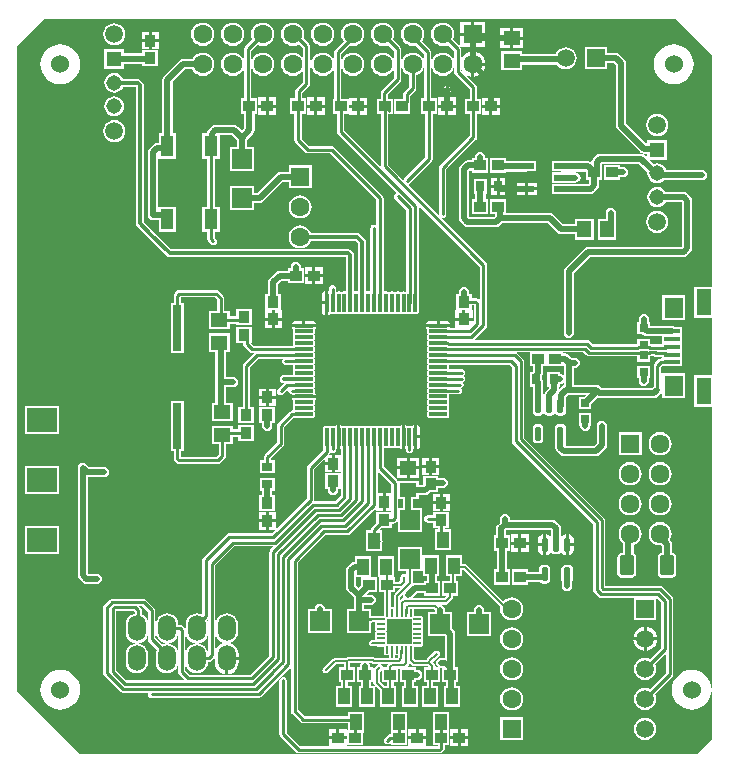
<source format=gtl>
G04*
G04 #@! TF.GenerationSoftware,Altium Limited,Altium Designer,20.2.5 (213)*
G04*
G04 Layer_Physical_Order=1*
G04 Layer_Color=255*
%FSLAX44Y44*%
%MOMM*%
G71*
G04*
G04 #@! TF.SameCoordinates,282DB418-F996-4F6C-BFF3-864D386B2F46*
G04*
G04*
G04 #@! TF.FilePolarity,Positive*
G04*
G01*
G75*
%ADD10C,0.2000*%
%ADD11C,0.3000*%
%ADD12C,0.2540*%
%ADD13C,0.5080*%
%ADD14C,0.1778*%
%ADD21R,0.7000X0.7000*%
%ADD22R,1.6000X1.8000*%
%ADD23R,1.3500X0.4000*%
%ADD24R,1.3000X2.3000*%
%ADD25R,1.4000X1.2000*%
G04:AMPARAMS|DCode=26|XSize=0.64mm|YSize=0.22mm|CornerRadius=0.0275mm|HoleSize=0mm|Usage=FLASHONLY|Rotation=180.000|XOffset=0mm|YOffset=0mm|HoleType=Round|Shape=RoundedRectangle|*
%AMROUNDEDRECTD26*
21,1,0.6400,0.1650,0,0,180.0*
21,1,0.5850,0.2200,0,0,180.0*
1,1,0.0550,-0.2925,0.0825*
1,1,0.0550,0.2925,0.0825*
1,1,0.0550,0.2925,-0.0825*
1,1,0.0550,-0.2925,-0.0825*
%
%ADD26ROUNDEDRECTD26*%
G04:AMPARAMS|DCode=27|XSize=0.64mm|YSize=0.22mm|CornerRadius=0.0275mm|HoleSize=0mm|Usage=FLASHONLY|Rotation=270.000|XOffset=0mm|YOffset=0mm|HoleType=Round|Shape=RoundedRectangle|*
%AMROUNDEDRECTD27*
21,1,0.6400,0.1650,0,0,270.0*
21,1,0.5850,0.2200,0,0,270.0*
1,1,0.0550,-0.0825,-0.2925*
1,1,0.0550,-0.0825,0.2925*
1,1,0.0550,0.0825,0.2925*
1,1,0.0550,0.0825,-0.2925*
%
%ADD27ROUNDEDRECTD27*%
G04:AMPARAMS|DCode=28|XSize=1.21mm|YSize=0.59mm|CornerRadius=0.1475mm|HoleSize=0mm|Usage=FLASHONLY|Rotation=270.000|XOffset=0mm|YOffset=0mm|HoleType=Round|Shape=RoundedRectangle|*
%AMROUNDEDRECTD28*
21,1,1.2100,0.2950,0,0,270.0*
21,1,0.9150,0.5900,0,0,270.0*
1,1,0.2950,-0.1475,-0.4575*
1,1,0.2950,-0.1475,0.4575*
1,1,0.2950,0.1475,0.4575*
1,1,0.2950,0.1475,-0.4575*
%
%ADD28ROUNDEDRECTD28*%
G04:AMPARAMS|DCode=29|XSize=1.56mm|YSize=0.28mm|CornerRadius=0.07mm|HoleSize=0mm|Usage=FLASHONLY|Rotation=0.000|XOffset=0mm|YOffset=0mm|HoleType=Round|Shape=RoundedRectangle|*
%AMROUNDEDRECTD29*
21,1,1.5600,0.1400,0,0,0.0*
21,1,1.4200,0.2800,0,0,0.0*
1,1,0.1400,0.7100,-0.0700*
1,1,0.1400,-0.7100,-0.0700*
1,1,0.1400,-0.7100,0.0700*
1,1,0.1400,0.7100,0.0700*
%
%ADD29ROUNDEDRECTD29*%
G04:AMPARAMS|DCode=30|XSize=1.56mm|YSize=0.28mm|CornerRadius=0.07mm|HoleSize=0mm|Usage=FLASHONLY|Rotation=270.000|XOffset=0mm|YOffset=0mm|HoleType=Round|Shape=RoundedRectangle|*
%AMROUNDEDRECTD30*
21,1,1.5600,0.1400,0,0,270.0*
21,1,1.4200,0.2800,0,0,270.0*
1,1,0.1400,-0.0700,-0.7100*
1,1,0.1400,-0.0700,0.7100*
1,1,0.1400,0.0700,0.7100*
1,1,0.1400,0.0700,-0.7100*
%
%ADD30ROUNDEDRECTD30*%
%ADD31R,0.9500X1.0000*%
%ADD32R,1.0000X0.9500*%
%ADD33R,1.7000X1.7000*%
G04:AMPARAMS|DCode=34|XSize=1.2mm|YSize=1.7mm|CornerRadius=0.15mm|HoleSize=0mm|Usage=FLASHONLY|Rotation=0.000|XOffset=0mm|YOffset=0mm|HoleType=Round|Shape=RoundedRectangle|*
%AMROUNDEDRECTD34*
21,1,1.2000,1.4000,0,0,0.0*
21,1,0.9000,1.7000,0,0,0.0*
1,1,0.3000,0.4500,-0.7000*
1,1,0.3000,-0.4500,-0.7000*
1,1,0.3000,-0.4500,0.7000*
1,1,0.3000,0.4500,0.7000*
%
%ADD34ROUNDEDRECTD34*%
%ADD35R,1.0000X1.4000*%
%ADD36R,1.7000X1.7000*%
G04:AMPARAMS|DCode=37|XSize=1.24mm|YSize=0.55mm|CornerRadius=0.1375mm|HoleSize=0mm|Usage=FLASHONLY|Rotation=270.000|XOffset=0mm|YOffset=0mm|HoleType=Round|Shape=RoundedRectangle|*
%AMROUNDEDRECTD37*
21,1,1.2400,0.2750,0,0,270.0*
21,1,0.9650,0.5500,0,0,270.0*
1,1,0.2750,-0.1375,-0.4825*
1,1,0.2750,-0.1375,0.4825*
1,1,0.2750,0.1375,0.4825*
1,1,0.2750,0.1375,-0.4825*
%
%ADD37ROUNDEDRECTD37*%
%ADD38R,1.1811X0.5080*%
%ADD39R,0.7000X0.9000*%
%ADD40R,1.2000X1.4000*%
%ADD41R,1.1000X1.8000*%
%ADD42R,0.7500X3.9000*%
%ADD43R,0.9000X0.7000*%
%ADD81C,0.2787*%
%ADD82O,1.5240X2.1844*%
%ADD83R,1.6000X1.6000*%
%ADD84C,1.6000*%
%ADD85R,1.6000X1.6000*%
%ADD86C,1.5240*%
%ADD87R,1.5200X1.5200*%
%ADD88C,1.5200*%
%ADD89R,1.3080X1.3080*%
%ADD90C,1.3080*%
%ADD91C,1.5000*%
%ADD92R,2.5000X2.0000*%
%ADD93O,1.6000X1.6100*%
%ADD94R,1.6000X1.6100*%
%ADD95R,1.5000X1.5000*%
%ADD96C,0.1500*%
G36*
X564222Y716622D02*
X592522Y688323D01*
Y492438D01*
X577272D01*
Y465882D01*
X592522D01*
Y417438D01*
X577272D01*
Y390882D01*
X592522D01*
Y109237D01*
X580373Y97088D01*
X57167D01*
X4378Y149877D01*
Y693420D01*
Y695943D01*
X27885Y719450D01*
X561395D01*
X564222Y716622D01*
D02*
G37*
%LPC*%
G36*
X400430Y716660D02*
X391160D01*
Y707390D01*
X400430D01*
Y716660D01*
D02*
G37*
G36*
X388620D02*
X379350D01*
Y707390D01*
X388620D01*
Y716660D01*
D02*
G37*
G36*
X432416Y711416D02*
X424146D01*
Y704146D01*
X432416D01*
Y711416D01*
D02*
G37*
G36*
X421606D02*
X413336D01*
Y704146D01*
X421606D01*
Y711416D01*
D02*
G37*
G36*
X124130Y708340D02*
X118110D01*
Y702070D01*
X124130D01*
Y708340D01*
D02*
G37*
G36*
X115570D02*
X109550D01*
Y702070D01*
X115570D01*
Y708340D01*
D02*
G37*
G36*
X86360Y715518D02*
X83938Y715199D01*
X81681Y714264D01*
X79743Y712777D01*
X78256Y710839D01*
X77321Y708582D01*
X77002Y706160D01*
X77321Y703738D01*
X78256Y701481D01*
X79743Y699543D01*
X81681Y698056D01*
X83938Y697121D01*
X86360Y696802D01*
X88782Y697121D01*
X91039Y698056D01*
X92977Y699543D01*
X94464Y701481D01*
X95399Y703738D01*
X95718Y706160D01*
X95399Y708582D01*
X94464Y710839D01*
X92977Y712777D01*
X91039Y714264D01*
X88782Y715199D01*
X86360Y715518D01*
D02*
G37*
G36*
X262890Y715982D02*
X260337Y715646D01*
X257959Y714661D01*
X255916Y713094D01*
X254349Y711051D01*
X253364Y708673D01*
X253028Y706120D01*
X253364Y703567D01*
X254349Y701189D01*
X255916Y699146D01*
X257959Y697579D01*
X260337Y696594D01*
X262890Y696258D01*
X265443Y696594D01*
X267821Y697579D01*
X269864Y699146D01*
X271431Y701189D01*
X272416Y703567D01*
X272752Y706120D01*
X272416Y708673D01*
X271431Y711051D01*
X269864Y713094D01*
X267821Y714661D01*
X265443Y715646D01*
X262890Y715982D01*
D02*
G37*
G36*
X212090D02*
X209537Y715646D01*
X207159Y714661D01*
X205116Y713094D01*
X203549Y711051D01*
X202564Y708673D01*
X202228Y706120D01*
X202564Y703567D01*
X203319Y701744D01*
X197192Y695618D01*
X196519Y694609D01*
X196282Y693420D01*
Y682772D01*
X196216Y683273D01*
X195231Y685651D01*
X193664Y687694D01*
X191621Y689261D01*
X189243Y690246D01*
X186690Y690582D01*
X184137Y690246D01*
X181759Y689261D01*
X179716Y687694D01*
X178149Y685651D01*
X177164Y683273D01*
X176828Y680720D01*
X177164Y678167D01*
X178149Y675789D01*
X179716Y673746D01*
X181759Y672179D01*
X184137Y671194D01*
X186690Y670858D01*
X189243Y671194D01*
X191621Y672179D01*
X193664Y673746D01*
X195231Y675789D01*
X196216Y678167D01*
X196282Y678669D01*
Y651842D01*
X194031D01*
Y638786D01*
X196407D01*
Y626813D01*
X194310Y624716D01*
X191073Y627953D01*
X189645Y628908D01*
X187960Y629243D01*
X171886D01*
X170201Y628908D01*
X168773Y627953D01*
X165797Y624977D01*
X164842Y623549D01*
X164568Y622168D01*
X161082D01*
Y600612D01*
X165252D01*
Y560168D01*
X161082D01*
Y538612D01*
X165252D01*
Y532680D01*
X165489Y531491D01*
X166162Y530482D01*
X167983Y528662D01*
X168991Y527989D01*
X170180Y527752D01*
X171369Y527989D01*
X172377Y528662D01*
X173051Y529671D01*
X173288Y530860D01*
X173051Y532049D01*
X172377Y533058D01*
X171468Y533967D01*
Y538612D01*
X175638D01*
Y560168D01*
X171468D01*
Y600612D01*
X175638D01*
Y620437D01*
X186136D01*
X189907Y616666D01*
Y610968D01*
X184032D01*
Y590412D01*
X204588D01*
Y610968D01*
X198713D01*
Y616666D01*
X203922Y621876D01*
X204877Y623304D01*
X205212Y624989D01*
X205212Y624989D01*
Y638786D01*
X207587D01*
Y651842D01*
X202498D01*
Y678669D01*
X202564Y678167D01*
X203549Y675789D01*
X205116Y673746D01*
X207159Y672179D01*
X209537Y671194D01*
X212090Y670858D01*
X214643Y671194D01*
X217021Y672179D01*
X219064Y673746D01*
X220631Y675789D01*
X221616Y678167D01*
X221952Y680720D01*
X221616Y683273D01*
X220631Y685651D01*
X219064Y687694D01*
X217021Y689261D01*
X214643Y690246D01*
X212090Y690582D01*
X209537Y690246D01*
X207159Y689261D01*
X205116Y687694D01*
X203549Y685651D01*
X202564Y683273D01*
X202498Y682772D01*
Y692133D01*
X207714Y697349D01*
X209537Y696594D01*
X212090Y696258D01*
X214643Y696594D01*
X217021Y697579D01*
X219064Y699146D01*
X220631Y701189D01*
X221616Y703567D01*
X221952Y706120D01*
X221616Y708673D01*
X220631Y711051D01*
X219064Y713094D01*
X217021Y714661D01*
X214643Y715646D01*
X212090Y715982D01*
D02*
G37*
G36*
X186690D02*
X184137Y715646D01*
X181759Y714661D01*
X179716Y713094D01*
X178149Y711051D01*
X177164Y708673D01*
X176828Y706120D01*
X177164Y703567D01*
X178149Y701189D01*
X179716Y699146D01*
X181759Y697579D01*
X184137Y696594D01*
X186690Y696258D01*
X189243Y696594D01*
X191621Y697579D01*
X193664Y699146D01*
X195231Y701189D01*
X196216Y703567D01*
X196552Y706120D01*
X196216Y708673D01*
X195231Y711051D01*
X193664Y713094D01*
X191621Y714661D01*
X189243Y715646D01*
X186690Y715982D01*
D02*
G37*
G36*
X161290D02*
X158737Y715646D01*
X156359Y714661D01*
X154316Y713094D01*
X152749Y711051D01*
X151764Y708673D01*
X151428Y706120D01*
X151764Y703567D01*
X152749Y701189D01*
X154316Y699146D01*
X156359Y697579D01*
X158737Y696594D01*
X161290Y696258D01*
X163843Y696594D01*
X166221Y697579D01*
X168264Y699146D01*
X169831Y701189D01*
X170816Y703567D01*
X171152Y706120D01*
X170816Y708673D01*
X169831Y711051D01*
X168264Y713094D01*
X166221Y714661D01*
X163843Y715646D01*
X161290Y715982D01*
D02*
G37*
G36*
X400430Y704850D02*
X391160D01*
Y695580D01*
X400430D01*
Y704850D01*
D02*
G37*
G36*
X432416Y701606D02*
X424146D01*
Y694336D01*
X432416D01*
Y701606D01*
D02*
G37*
G36*
X421606D02*
X413336D01*
Y694336D01*
X421606D01*
Y701606D01*
D02*
G37*
G36*
X124130Y699530D02*
X118110D01*
Y693260D01*
X124130D01*
Y699530D01*
D02*
G37*
G36*
X115570D02*
X109550D01*
Y693260D01*
X115570D01*
Y699530D01*
D02*
G37*
G36*
X468630Y695158D02*
X466208Y694839D01*
X463951Y693904D01*
X462013Y692417D01*
X460526Y690479D01*
X460013Y689241D01*
X431654D01*
Y691654D01*
X414098D01*
Y676098D01*
X431654D01*
Y680435D01*
X461052D01*
X462013Y679183D01*
X463951Y677696D01*
X466208Y676761D01*
X468630Y676442D01*
X471052Y676761D01*
X473309Y677696D01*
X475247Y679183D01*
X476734Y681121D01*
X477669Y683378D01*
X477988Y685800D01*
X477669Y688222D01*
X476734Y690479D01*
X475247Y692417D01*
X473309Y693904D01*
X471052Y694839D01*
X468630Y695158D01*
D02*
G37*
G36*
X364490Y715982D02*
X361937Y715646D01*
X359559Y714661D01*
X357516Y713094D01*
X355949Y711051D01*
X354964Y708673D01*
X354628Y706120D01*
X354964Y703567D01*
X355949Y701189D01*
X357516Y699146D01*
X359559Y697579D01*
X361937Y696594D01*
X364490Y696258D01*
X367043Y696594D01*
X368866Y697349D01*
X374082Y692133D01*
Y682772D01*
X374016Y683273D01*
X373031Y685651D01*
X371464Y687694D01*
X369421Y689261D01*
X367043Y690246D01*
X364490Y690582D01*
X361937Y690246D01*
X359559Y689261D01*
X357516Y687694D01*
X355949Y685651D01*
X354964Y683273D01*
X354898Y682772D01*
Y690880D01*
X354661Y692069D01*
X353988Y693077D01*
X346869Y700196D01*
X347631Y701189D01*
X348616Y703567D01*
X348952Y706120D01*
X348616Y708673D01*
X347631Y711051D01*
X346064Y713094D01*
X344021Y714661D01*
X341643Y715646D01*
X339090Y715982D01*
X336537Y715646D01*
X334159Y714661D01*
X332116Y713094D01*
X330549Y711051D01*
X329564Y708673D01*
X329228Y706120D01*
X329564Y703567D01*
X330549Y701189D01*
X332116Y699146D01*
X334159Y697579D01*
X336537Y696594D01*
X339090Y696258D01*
X341643Y696594D01*
X341670Y696605D01*
X348682Y689593D01*
Y682772D01*
X348616Y683273D01*
X347631Y685651D01*
X346064Y687694D01*
X344021Y689261D01*
X341643Y690246D01*
X339090Y690582D01*
X336537Y690246D01*
X334159Y689261D01*
X332116Y687694D01*
X330549Y685651D01*
X329564Y683273D01*
X329498Y682772D01*
Y693420D01*
X329261Y694609D01*
X328587Y695618D01*
X322461Y701744D01*
X323216Y703567D01*
X323552Y706120D01*
X323216Y708673D01*
X322231Y711051D01*
X320664Y713094D01*
X318621Y714661D01*
X316243Y715646D01*
X313690Y715982D01*
X311137Y715646D01*
X308759Y714661D01*
X306716Y713094D01*
X305149Y711051D01*
X304164Y708673D01*
X303828Y706120D01*
X304164Y703567D01*
X305149Y701189D01*
X306716Y699146D01*
X308759Y697579D01*
X311137Y696594D01*
X313690Y696258D01*
X316243Y696594D01*
X318066Y697349D01*
X323282Y692133D01*
Y682772D01*
X323216Y683273D01*
X322231Y685651D01*
X320664Y687694D01*
X318621Y689261D01*
X316243Y690246D01*
X313690Y690582D01*
X311137Y690246D01*
X308759Y689261D01*
X306716Y687694D01*
X305149Y685651D01*
X304164Y683273D01*
X303828Y680720D01*
X304164Y678167D01*
X305149Y675789D01*
X306716Y673746D01*
X308759Y672179D01*
X311137Y671194D01*
X313690Y670858D01*
X316243Y671194D01*
X318621Y672179D01*
X320664Y673746D01*
X322231Y675789D01*
X323216Y678167D01*
X323282Y678669D01*
Y669307D01*
X312763Y658788D01*
X312089Y657779D01*
X311852Y656590D01*
Y651688D01*
X308449D01*
Y638632D01*
X312119D01*
Y594336D01*
X312209Y593886D01*
X281171Y624924D01*
Y638632D01*
X284841D01*
Y651688D01*
X278698D01*
Y678669D01*
X278764Y678167D01*
X279749Y675789D01*
X281316Y673746D01*
X283359Y672179D01*
X285737Y671194D01*
X288290Y670858D01*
X290843Y671194D01*
X293221Y672179D01*
X295264Y673746D01*
X296831Y675789D01*
X297816Y678167D01*
X298152Y680720D01*
X297816Y683273D01*
X296831Y685651D01*
X295264Y687694D01*
X293221Y689261D01*
X290843Y690246D01*
X288290Y690582D01*
X285737Y690246D01*
X283359Y689261D01*
X281316Y687694D01*
X279749Y685651D01*
X278764Y683273D01*
X278698Y682772D01*
Y689593D01*
X285710Y696605D01*
X285737Y696594D01*
X288290Y696258D01*
X290843Y696594D01*
X293221Y697579D01*
X295264Y699146D01*
X296831Y701189D01*
X297816Y703567D01*
X298152Y706120D01*
X297816Y708673D01*
X296831Y711051D01*
X295264Y713094D01*
X293221Y714661D01*
X290843Y715646D01*
X288290Y715982D01*
X285737Y715646D01*
X283359Y714661D01*
X281316Y713094D01*
X279749Y711051D01*
X278764Y708673D01*
X278428Y706120D01*
X278764Y703567D01*
X279749Y701189D01*
X280511Y700196D01*
X273393Y693077D01*
X272719Y692069D01*
X272482Y690880D01*
Y682772D01*
X272416Y683273D01*
X271431Y685651D01*
X269864Y687694D01*
X267821Y689261D01*
X265443Y690246D01*
X262890Y690582D01*
X260337Y690246D01*
X257959Y689261D01*
X255916Y687694D01*
X254349Y685651D01*
X253364Y683273D01*
X253028Y680720D01*
X253364Y678167D01*
X254349Y675789D01*
X255916Y673746D01*
X257959Y672179D01*
X260337Y671194D01*
X262890Y670858D01*
X265443Y671194D01*
X267821Y672179D01*
X269864Y673746D01*
X271431Y675789D01*
X272416Y678167D01*
X272482Y678669D01*
Y651688D01*
X271285D01*
Y638632D01*
X274956D01*
Y623637D01*
X275192Y622447D01*
X275866Y621439D01*
X325429Y571876D01*
X325201Y571831D01*
X324193Y571157D01*
X323519Y570149D01*
X323282Y568960D01*
X323519Y567771D01*
X324193Y566763D01*
X333442Y557513D01*
Y487913D01*
X332977Y488224D01*
X332010Y488416D01*
X330610D01*
X329643Y488224D01*
X328824Y487677D01*
X328810Y487656D01*
X328797Y487677D01*
X327977Y488224D01*
X327010Y488416D01*
X325610D01*
X324643Y488224D01*
X323824Y487677D01*
X323810Y487656D01*
X323797Y487677D01*
X322977Y488224D01*
X322010Y488416D01*
X320610D01*
X319643Y488224D01*
X318824Y487677D01*
X318810Y487656D01*
X318797Y487677D01*
X317977Y488224D01*
X317010Y488416D01*
X315610D01*
X314643Y488224D01*
X314418Y488074D01*
Y567530D01*
X314181Y568719D01*
X313507Y569728D01*
X272708Y610527D01*
X271699Y611201D01*
X270510Y611438D01*
X251477D01*
X245056Y617859D01*
Y638786D01*
X248727D01*
Y651842D01*
X245678D01*
Y656573D01*
X251117Y662012D01*
X251791Y663021D01*
X252028Y664210D01*
Y695960D01*
X251791Y697149D01*
X251117Y698158D01*
X246633Y702642D01*
X247016Y703567D01*
X247352Y706120D01*
X247016Y708673D01*
X246031Y711051D01*
X244464Y713094D01*
X242421Y714661D01*
X240043Y715646D01*
X237490Y715982D01*
X234937Y715646D01*
X232559Y714661D01*
X230516Y713094D01*
X228949Y711051D01*
X227964Y708673D01*
X227628Y706120D01*
X227964Y703567D01*
X228949Y701189D01*
X230516Y699146D01*
X232559Y697579D01*
X234937Y696594D01*
X237490Y696258D01*
X240043Y696594D01*
X242421Y697579D01*
X242696Y697790D01*
X245812Y694673D01*
Y685936D01*
X244464Y687694D01*
X242421Y689261D01*
X240043Y690246D01*
X237490Y690582D01*
X234937Y690246D01*
X232559Y689261D01*
X230516Y687694D01*
X228949Y685651D01*
X227964Y683273D01*
X227628Y680720D01*
X227964Y678167D01*
X228949Y675789D01*
X230516Y673746D01*
X232559Y672179D01*
X234937Y671194D01*
X237490Y670858D01*
X240043Y671194D01*
X242421Y672179D01*
X244464Y673746D01*
X245812Y675504D01*
Y665497D01*
X240373Y660058D01*
X239699Y659049D01*
X239462Y657860D01*
Y651842D01*
X235170D01*
Y638786D01*
X238841D01*
Y616572D01*
X239077Y615382D01*
X239751Y614374D01*
X247992Y606133D01*
X249001Y605459D01*
X250190Y605222D01*
X269223D01*
X308202Y566243D01*
Y544451D01*
X307499Y544921D01*
X306310Y545158D01*
X305121Y544921D01*
X304112Y544248D01*
X303439Y543239D01*
X303202Y542050D01*
Y488074D01*
X302977Y488224D01*
X302010Y488416D01*
X300610D01*
X299652Y488226D01*
Y530460D01*
X299398Y531739D01*
X298673Y532823D01*
X294463Y537033D01*
X293379Y537758D01*
X292100Y538012D01*
X253039D01*
X252381Y539601D01*
X250814Y541644D01*
X248771Y543211D01*
X246393Y544196D01*
X243840Y544532D01*
X241287Y544196D01*
X238909Y543211D01*
X236866Y541644D01*
X235299Y539601D01*
X234314Y537223D01*
X233978Y534670D01*
X234314Y532117D01*
X235299Y529739D01*
X236866Y527696D01*
X238909Y526129D01*
X241287Y525144D01*
X243840Y524808D01*
X246393Y525144D01*
X248771Y526129D01*
X250814Y527696D01*
X252381Y529739D01*
X253039Y531328D01*
X290716D01*
X292968Y529076D01*
Y488226D01*
X292010Y488416D01*
X290610D01*
X289652Y488226D01*
Y518943D01*
X289398Y520222D01*
X289108Y520656D01*
X288673Y521306D01*
X286916Y523063D01*
X285832Y523788D01*
X284553Y524042D01*
X134734D01*
X119301Y539475D01*
X119301Y539475D01*
X111292Y547484D01*
Y663403D01*
X111038Y664682D01*
X110748Y665116D01*
X110313Y665766D01*
X108556Y667523D01*
X107472Y668248D01*
X106193Y668502D01*
X93979D01*
X93626Y669355D01*
X92292Y671093D01*
X90555Y672426D01*
X88531Y673264D01*
X86360Y673550D01*
X84189Y673264D01*
X82165Y672426D01*
X80428Y671093D01*
X79094Y669355D01*
X78256Y667331D01*
X77970Y665160D01*
X78256Y662989D01*
X79094Y660965D01*
X80428Y659228D01*
X82165Y657894D01*
X84189Y657056D01*
X86360Y656770D01*
X88531Y657056D01*
X90555Y657894D01*
X92292Y659228D01*
X93626Y660965D01*
X93979Y661818D01*
X104608D01*
Y546100D01*
X104862Y544821D01*
X105587Y543737D01*
X114575Y534749D01*
X114575Y534749D01*
X130987Y518337D01*
X132071Y517612D01*
X133350Y517358D01*
X282968D01*
Y488226D01*
X282010Y488416D01*
X280610D01*
X279643Y488224D01*
X278824Y487677D01*
X278810Y487656D01*
X278797Y487677D01*
X277977Y488224D01*
X277010Y488416D01*
X275610D01*
X274643Y488224D01*
X274418Y488074D01*
Y490690D01*
X274181Y491879D01*
X273507Y492887D01*
X272499Y493561D01*
X271310Y493798D01*
X270121Y493561D01*
X269112Y492887D01*
X268439Y491879D01*
X268202Y490690D01*
Y488956D01*
X267580Y489080D01*
Y478790D01*
Y468500D01*
X268274Y468638D01*
X269346Y469354D01*
X269438Y469493D01*
X269643Y469356D01*
X270610Y469164D01*
X272010D01*
X272977Y469356D01*
X273797Y469903D01*
X273810Y469924D01*
X273824Y469903D01*
X274643Y469356D01*
X275610Y469164D01*
X277010D01*
X277977Y469356D01*
X278797Y469903D01*
X278810Y469924D01*
X278824Y469903D01*
X279643Y469356D01*
X280610Y469164D01*
X282010D01*
X282977Y469356D01*
X283797Y469903D01*
X283810Y469924D01*
X283824Y469903D01*
X284643Y469356D01*
X285610Y469164D01*
X287010D01*
X287977Y469356D01*
X288797Y469903D01*
X288810Y469924D01*
X288824Y469903D01*
X289643Y469356D01*
X290610Y469164D01*
X292010D01*
X292977Y469356D01*
X293797Y469903D01*
X293810Y469924D01*
X293824Y469903D01*
X294643Y469356D01*
X295610Y469164D01*
X297010D01*
X297977Y469356D01*
X298797Y469903D01*
X298810Y469924D01*
X298824Y469903D01*
X299643Y469356D01*
X300610Y469164D01*
X302010D01*
X302977Y469356D01*
X303797Y469903D01*
X303810Y469924D01*
X303824Y469903D01*
X304643Y469356D01*
X305610Y469164D01*
X307010D01*
X307977Y469356D01*
X308797Y469903D01*
X308810Y469924D01*
X308824Y469903D01*
X309643Y469356D01*
X310610Y469164D01*
X312010D01*
X312977Y469356D01*
X313797Y469903D01*
X313810Y469924D01*
X313824Y469903D01*
X314643Y469356D01*
X315610Y469164D01*
X317010D01*
X317977Y469356D01*
X318797Y469903D01*
X318810Y469924D01*
X318824Y469903D01*
X319643Y469356D01*
X320610Y469164D01*
X322010D01*
X322977Y469356D01*
X323797Y469903D01*
X323810Y469924D01*
X323824Y469903D01*
X324643Y469356D01*
X325610Y469164D01*
X327010D01*
X327977Y469356D01*
X328797Y469903D01*
X328810Y469924D01*
X328824Y469903D01*
X329643Y469356D01*
X330610Y469164D01*
X332010D01*
X332977Y469356D01*
X333797Y469903D01*
X333810Y469924D01*
X333824Y469903D01*
X334643Y469356D01*
X335610Y469164D01*
X337010D01*
X337977Y469356D01*
X338797Y469903D01*
X338810Y469924D01*
X338824Y469903D01*
X339643Y469356D01*
X340610Y469164D01*
X342010D01*
X342977Y469356D01*
X343797Y469903D01*
X344344Y470723D01*
X344537Y471690D01*
Y485890D01*
X344418Y486487D01*
Y560390D01*
X344328Y560840D01*
X395672Y509496D01*
Y480755D01*
X394410Y482018D01*
X393401Y482691D01*
X392212Y482928D01*
X388969D01*
Y486598D01*
X386673D01*
Y487680D01*
X386338Y489365D01*
X385383Y490793D01*
X383955Y491748D01*
X382270Y492083D01*
X380585Y491748D01*
X379157Y490793D01*
X378203Y489365D01*
X377867Y487680D01*
Y486598D01*
X375913D01*
Y473042D01*
X388969D01*
Y476712D01*
X390592D01*
Y462297D01*
X389731Y461436D01*
Y463550D01*
X382441D01*
X375151D01*
Y457598D01*
X370776D01*
X370900Y458220D01*
X350320D01*
X350458Y457526D01*
X351174Y456454D01*
X351313Y456362D01*
X351176Y456157D01*
X350984Y455190D01*
Y453790D01*
X351176Y452823D01*
X351724Y452004D01*
X351744Y451990D01*
X351724Y451977D01*
X351176Y451157D01*
X350984Y450190D01*
Y448790D01*
X351176Y447823D01*
X351724Y447004D01*
X351744Y446990D01*
X351724Y446977D01*
X351176Y446157D01*
X350984Y445190D01*
Y443790D01*
X351176Y442823D01*
X351724Y442004D01*
X351744Y441990D01*
X351724Y441977D01*
X351176Y441157D01*
X350984Y440190D01*
Y438790D01*
X351176Y437823D01*
X351724Y437004D01*
X351744Y436990D01*
X351724Y436977D01*
X351176Y436157D01*
X350984Y435190D01*
Y433790D01*
X351176Y432823D01*
X351724Y432004D01*
X351744Y431990D01*
X351724Y431977D01*
X351176Y431157D01*
X350984Y430190D01*
Y428790D01*
X351176Y427823D01*
X351724Y427004D01*
X351744Y426990D01*
X351724Y426977D01*
X351176Y426157D01*
X350984Y425190D01*
Y423790D01*
X351176Y422823D01*
X351724Y422004D01*
X351744Y421990D01*
X351724Y421977D01*
X351176Y421157D01*
X350984Y420190D01*
Y418790D01*
X351176Y417823D01*
X351724Y417004D01*
X351744Y416990D01*
X351724Y416977D01*
X351176Y416157D01*
X350984Y415190D01*
Y413790D01*
X351176Y412823D01*
X351724Y412004D01*
X351744Y411990D01*
X351724Y411977D01*
X351176Y411157D01*
X350984Y410190D01*
Y408790D01*
X351176Y407823D01*
X351724Y407004D01*
X351744Y406990D01*
X351724Y406977D01*
X351176Y406157D01*
X350984Y405190D01*
Y403790D01*
X351176Y402823D01*
X351724Y402004D01*
X351744Y401990D01*
X351724Y401977D01*
X351176Y401157D01*
X350984Y400190D01*
Y398790D01*
X351176Y397823D01*
X351724Y397004D01*
X351744Y396990D01*
X351724Y396977D01*
X351176Y396157D01*
X350984Y395190D01*
Y393790D01*
X351176Y392823D01*
X351724Y392004D01*
X351744Y391990D01*
X351724Y391977D01*
X351176Y391157D01*
X350984Y390190D01*
Y388790D01*
X351176Y387823D01*
X351724Y387004D01*
X351744Y386990D01*
X351724Y386977D01*
X351176Y386157D01*
X350984Y385190D01*
Y383790D01*
X351176Y382823D01*
X351724Y382004D01*
X352543Y381456D01*
X353510Y381264D01*
X367710D01*
X368677Y381456D01*
X369496Y382004D01*
X370044Y382823D01*
X370237Y383790D01*
Y385190D01*
X370044Y386157D01*
X369496Y386977D01*
X369476Y386990D01*
X369496Y387004D01*
X370044Y387823D01*
X370237Y388790D01*
Y390190D01*
X370044Y391157D01*
X369496Y391977D01*
X369476Y391990D01*
X369496Y392004D01*
X370044Y392823D01*
X370237Y393790D01*
Y395190D01*
X370044Y396157D01*
X369496Y396977D01*
X369476Y396990D01*
X369496Y397004D01*
X370044Y397823D01*
X370237Y398790D01*
Y400190D01*
X370044Y401157D01*
X369894Y401382D01*
X377820D01*
X379009Y401619D01*
X380018Y402293D01*
X380691Y403301D01*
X380928Y404490D01*
X380691Y405679D01*
X380099Y406565D01*
X380369Y406619D01*
X381377Y407293D01*
X382051Y408301D01*
X382288Y409490D01*
X382051Y410679D01*
X381458Y411567D01*
X381719Y411619D01*
X382728Y412293D01*
X383401Y413301D01*
X383638Y414490D01*
X383401Y415679D01*
X382728Y416688D01*
X382315Y416963D01*
X382808Y417293D01*
X383481Y418301D01*
X383718Y419490D01*
X383481Y420679D01*
X382808Y421688D01*
X381799Y422361D01*
X380610Y422598D01*
X369894D01*
X370044Y422823D01*
X370237Y423790D01*
Y425190D01*
X370044Y426157D01*
X369894Y426382D01*
X420885D01*
X423104Y424163D01*
Y361431D01*
X423341Y360242D01*
X424015Y359234D01*
X491679Y291569D01*
Y235925D01*
X491916Y234735D01*
X492589Y233727D01*
X496612Y229704D01*
X497620Y229031D01*
X498809Y228794D01*
X526562D01*
Y210332D01*
X545318D01*
Y228794D01*
X545564D01*
X549342Y225016D01*
Y186707D01*
X540010Y177375D01*
X538388Y178047D01*
X535940Y178369D01*
X533492Y178047D01*
X531211Y177102D01*
X529252Y175599D01*
X527748Y173640D01*
X526803Y171358D01*
X526481Y168910D01*
X526803Y166462D01*
X527748Y164181D01*
X529252Y162222D01*
X531211Y160718D01*
X533492Y159773D01*
X535940Y159451D01*
X538388Y159773D01*
X540670Y160718D01*
X542629Y162222D01*
X544132Y164181D01*
X545077Y166462D01*
X545399Y168910D01*
X545077Y171358D01*
X544405Y172980D01*
X553660Y182235D01*
Y165625D01*
X540010Y151975D01*
X538388Y152647D01*
X535940Y152969D01*
X533492Y152647D01*
X531211Y151702D01*
X529252Y150198D01*
X527748Y148239D01*
X526803Y145958D01*
X526481Y143510D01*
X526803Y141062D01*
X527748Y138780D01*
X529252Y136821D01*
X531211Y135318D01*
X533492Y134373D01*
X535940Y134051D01*
X538388Y134373D01*
X540670Y135318D01*
X542629Y136821D01*
X544132Y138780D01*
X545077Y141062D01*
X545399Y143510D01*
X545077Y145958D01*
X544405Y147580D01*
X558965Y162141D01*
X559639Y163149D01*
X559876Y164338D01*
Y228092D01*
X559639Y229281D01*
X558965Y230289D01*
X550838Y238417D01*
X549829Y239091D01*
X548640Y239328D01*
X502218D01*
Y294640D01*
X501981Y295829D01*
X501307Y296838D01*
X433638Y364507D01*
Y429260D01*
X433401Y430449D01*
X432728Y431457D01*
X427497Y436688D01*
X427437Y436728D01*
X438162D01*
Y425030D01*
X440537D01*
Y420625D01*
X440363Y420363D01*
X440350Y420298D01*
X438192D01*
Y407742D01*
X440757D01*
Y396926D01*
X440570Y395985D01*
Y386335D01*
X440815Y385105D01*
X441512Y384062D01*
X442555Y383365D01*
X443785Y383120D01*
X446535D01*
X447765Y383365D01*
X448808Y384062D01*
X449505Y385105D01*
X449750Y386335D01*
Y395985D01*
X449563Y396926D01*
Y411330D01*
X449227Y413015D01*
X448748Y413732D01*
Y414554D01*
X448833Y414980D01*
X448833Y414980D01*
Y417241D01*
X449007Y417503D01*
X449343Y419188D01*
Y425030D01*
X451718D01*
Y436818D01*
X453162D01*
Y425030D01*
X466718D01*
Y426808D01*
X466767Y426758D01*
Y416977D01*
X466663Y417133D01*
X465235Y418088D01*
X463748Y418383D01*
Y420298D01*
X453192D01*
Y407742D01*
X454067D01*
Y406492D01*
X451757Y404182D01*
X450803Y402753D01*
X450467Y401069D01*
Y397443D01*
X450315Y397215D01*
X450070Y395985D01*
Y386335D01*
X450315Y385105D01*
X451012Y384062D01*
X452055Y383365D01*
X453285Y383120D01*
X456035D01*
X457265Y383365D01*
X458308Y384062D01*
X459005Y385105D01*
X459250Y386335D01*
Y391255D01*
X459273Y391370D01*
Y399245D01*
X459967Y399940D01*
Y397443D01*
X459815Y397215D01*
X459570Y395985D01*
Y386335D01*
X459815Y385105D01*
X460512Y384062D01*
X461555Y383365D01*
X462785Y383120D01*
X465535D01*
X466765Y383365D01*
X467808Y384062D01*
X468505Y385105D01*
X468750Y386335D01*
Y391255D01*
X468773Y391370D01*
Y399046D01*
X470454Y400727D01*
X485609D01*
X484192Y399311D01*
X479862D01*
Y388755D01*
X490418D01*
Y393084D01*
X495750Y398417D01*
X496903Y398187D01*
X543560D01*
X545245Y398522D01*
X546673Y399477D01*
X549213Y402017D01*
X550168Y403445D01*
X550272Y403971D01*
Y397882D01*
X569828D01*
Y419438D01*
X550272D01*
Y406289D01*
X550168Y406815D01*
X549213Y408243D01*
X549208Y408247D01*
Y424163D01*
X550272Y425227D01*
Y424882D01*
X567328D01*
Y431082D01*
Y437882D01*
Y444382D01*
Y450882D01*
Y458438D01*
X560918D01*
X560485Y458727D01*
X558800Y459063D01*
X539796D01*
Y462538D01*
X539073D01*
Y464820D01*
X538737Y466505D01*
X537783Y467933D01*
X536355Y468887D01*
X534670Y469223D01*
X532985Y468887D01*
X531557Y467933D01*
X530602Y466505D01*
X530267Y464820D01*
Y462538D01*
X529240D01*
Y451982D01*
X533570D01*
X534006Y451547D01*
X535434Y450592D01*
X537119Y450257D01*
X550272D01*
Y444382D01*
Y443522D01*
X548111D01*
X547558Y443892D01*
X546320Y444138D01*
X540584D01*
X540579Y444141D01*
X539796Y444297D01*
Y448539D01*
X529240D01*
Y444237D01*
X528761Y444141D01*
X528475Y443950D01*
X491348D01*
X488902Y446395D01*
X487853Y447096D01*
X486616Y447342D01*
X442970D01*
X442518Y447252D01*
X390667D01*
X390728Y447293D01*
X400978Y457542D01*
X401651Y458551D01*
X401888Y459740D01*
Y510783D01*
X401651Y511973D01*
X400978Y512981D01*
X362725Y551234D01*
X363301Y550849D01*
X364490Y550612D01*
X365679Y550849D01*
X366688Y551522D01*
X367361Y552531D01*
X367598Y553720D01*
Y591803D01*
X392526Y616731D01*
X393200Y617739D01*
X393436Y618928D01*
Y638632D01*
X397106D01*
Y651688D01*
X393436D01*
Y661232D01*
X393200Y662421D01*
X392526Y663429D01*
X384003Y671952D01*
X384575Y671513D01*
X387138Y670451D01*
X388620Y670256D01*
Y680720D01*
Y691184D01*
X387138Y690989D01*
X384575Y689927D01*
X382373Y688237D01*
X380683Y686036D01*
X380298Y685105D01*
Y693420D01*
X380061Y694609D01*
X379412Y695580D01*
X388620D01*
Y704850D01*
X379350D01*
Y695655D01*
X373261Y701744D01*
X374016Y703567D01*
X374352Y706120D01*
X374016Y708673D01*
X373031Y711051D01*
X371464Y713094D01*
X369421Y714661D01*
X367043Y715646D01*
X364490Y715982D01*
D02*
G37*
G36*
X391160Y691184D02*
Y681990D01*
X400354D01*
X400159Y683472D01*
X399097Y686036D01*
X397407Y688237D01*
X395205Y689927D01*
X392641Y690989D01*
X391160Y691184D01*
D02*
G37*
G36*
X94678Y693478D02*
X78042D01*
Y676842D01*
X94678D01*
Y681077D01*
X110312D01*
Y679022D01*
X123368D01*
Y692578D01*
X110312D01*
Y689883D01*
X94678D01*
Y693478D01*
D02*
G37*
G36*
X161290Y690582D02*
X158737Y690246D01*
X156359Y689261D01*
X154316Y687694D01*
X152749Y685651D01*
X152530Y685123D01*
X144780D01*
X143095Y684788D01*
X141667Y683833D01*
X128247Y670413D01*
X127293Y668985D01*
X126957Y667300D01*
Y622168D01*
X124082D01*
Y614003D01*
X122356D01*
X120671Y613667D01*
X119243Y612713D01*
X116267Y609737D01*
X115312Y608309D01*
X114977Y606624D01*
Y553058D01*
X115312Y551373D01*
X116267Y549945D01*
X117695Y548990D01*
X119380Y548655D01*
X124082D01*
Y538612D01*
X138638D01*
Y560168D01*
X124082D01*
Y557461D01*
X123783D01*
Y604801D01*
X124082Y605100D01*
Y600612D01*
X138638D01*
Y622168D01*
X135763D01*
Y665476D01*
X146604Y676317D01*
X152530D01*
X152749Y675789D01*
X154316Y673746D01*
X156359Y672179D01*
X158737Y671194D01*
X161290Y670858D01*
X163843Y671194D01*
X166221Y672179D01*
X168264Y673746D01*
X169831Y675789D01*
X170816Y678167D01*
X171152Y680720D01*
X170816Y683273D01*
X169831Y685651D01*
X168264Y687694D01*
X166221Y689261D01*
X163843Y690246D01*
X161290Y690582D01*
D02*
G37*
G36*
X400354Y679450D02*
X391160D01*
Y670256D01*
X392641Y670451D01*
X395205Y671513D01*
X397407Y673203D01*
X399097Y675405D01*
X400159Y677969D01*
X400354Y679450D01*
D02*
G37*
G36*
X560070Y697579D02*
X556781Y697255D01*
X553618Y696296D01*
X550704Y694738D01*
X548149Y692641D01*
X546052Y690087D01*
X544494Y687172D01*
X543535Y684009D01*
X543211Y680720D01*
X543535Y677431D01*
X544494Y674268D01*
X546052Y671354D01*
X548149Y668799D01*
X550704Y666702D01*
X553618Y665144D01*
X556781Y664185D01*
X560070Y663861D01*
X563359Y664185D01*
X566522Y665144D01*
X569436Y666702D01*
X571991Y668799D01*
X574088Y671354D01*
X575646Y674268D01*
X576605Y677431D01*
X576929Y680720D01*
X576605Y684009D01*
X575646Y687172D01*
X574088Y690087D01*
X571991Y692641D01*
X569436Y694738D01*
X566522Y696296D01*
X563359Y697255D01*
X560070Y697579D01*
D02*
G37*
G36*
X40640D02*
X37351Y697255D01*
X34188Y696296D01*
X31274Y694738D01*
X28719Y692641D01*
X26622Y690087D01*
X25064Y687172D01*
X24105Y684009D01*
X23781Y680720D01*
X24105Y677431D01*
X25064Y674268D01*
X26622Y671354D01*
X28719Y668799D01*
X31274Y666702D01*
X34188Y665144D01*
X37351Y664185D01*
X40640Y663861D01*
X43929Y664185D01*
X47092Y665144D01*
X50006Y666702D01*
X52561Y668799D01*
X54658Y671354D01*
X56216Y674268D01*
X57175Y677431D01*
X57499Y680720D01*
X57175Y684009D01*
X56216Y687172D01*
X54658Y690087D01*
X52561Y692641D01*
X50006Y694738D01*
X47092Y696296D01*
X43929Y697255D01*
X40640Y697579D01*
D02*
G37*
G36*
X264489Y652604D02*
X258218D01*
Y646584D01*
X264489D01*
Y652604D01*
D02*
G37*
G36*
X223349D02*
X217079D01*
Y646584D01*
X223349D01*
Y652604D01*
D02*
G37*
G36*
X255679D02*
X249408D01*
Y646584D01*
X255679D01*
Y652604D01*
D02*
G37*
G36*
X214539D02*
X208269D01*
Y646584D01*
X214539D01*
Y652604D01*
D02*
G37*
G36*
X300603Y652450D02*
X294333D01*
Y646430D01*
X300603D01*
Y652450D01*
D02*
G37*
G36*
X291793D02*
X285523D01*
Y646430D01*
X291793D01*
Y652450D01*
D02*
G37*
G36*
X412868D02*
X406598D01*
Y646430D01*
X412868D01*
Y652450D01*
D02*
G37*
G36*
X404058D02*
X397788D01*
Y646430D01*
X404058D01*
Y652450D01*
D02*
G37*
G36*
X264489Y644044D02*
X258218D01*
Y638024D01*
X264489D01*
Y644044D01*
D02*
G37*
G36*
X255679D02*
X249408D01*
Y638024D01*
X255679D01*
Y644044D01*
D02*
G37*
G36*
X223349D02*
X217079D01*
Y638024D01*
X223349D01*
Y644044D01*
D02*
G37*
G36*
X214539D02*
X208269D01*
Y638024D01*
X214539D01*
Y644044D01*
D02*
G37*
G36*
X412868Y643890D02*
X406598D01*
Y637870D01*
X412868D01*
Y643890D01*
D02*
G37*
G36*
X404058D02*
X397788D01*
Y637870D01*
X404058D01*
Y643890D01*
D02*
G37*
G36*
X300603Y643890D02*
X294333D01*
Y637870D01*
X300603D01*
Y643890D01*
D02*
G37*
G36*
X291793D02*
X285523D01*
Y637870D01*
X291793D01*
Y643890D01*
D02*
G37*
G36*
X86360Y653550D02*
X84189Y653264D01*
X82165Y652426D01*
X80428Y651093D01*
X79094Y649355D01*
X78256Y647331D01*
X77970Y645160D01*
X78256Y642989D01*
X79094Y640965D01*
X80428Y639227D01*
X82165Y637894D01*
X84189Y637056D01*
X86360Y636770D01*
X88531Y637056D01*
X90555Y637894D01*
X92292Y639227D01*
X93626Y640965D01*
X94464Y642989D01*
X94750Y645160D01*
X94464Y647331D01*
X93626Y649355D01*
X92292Y651093D01*
X90555Y652426D01*
X88531Y653264D01*
X86360Y653550D01*
D02*
G37*
G36*
X546100Y638688D02*
X543678Y638369D01*
X541421Y637434D01*
X539483Y635947D01*
X537996Y634009D01*
X537061Y631752D01*
X536742Y629330D01*
X537061Y626908D01*
X537996Y624651D01*
X539483Y622713D01*
X541421Y621226D01*
X543678Y620291D01*
X546100Y619972D01*
X548522Y620291D01*
X550779Y621226D01*
X552717Y622713D01*
X554204Y624651D01*
X555139Y626908D01*
X555458Y629330D01*
X555139Y631752D01*
X554204Y634009D01*
X552717Y635947D01*
X550779Y637434D01*
X548522Y638369D01*
X546100Y638688D01*
D02*
G37*
G36*
X86360Y633518D02*
X83938Y633199D01*
X81681Y632264D01*
X79743Y630777D01*
X78256Y628839D01*
X77321Y626582D01*
X77002Y624160D01*
X77321Y621738D01*
X78256Y619481D01*
X79743Y617543D01*
X81681Y616056D01*
X83938Y615121D01*
X86360Y614802D01*
X88782Y615121D01*
X91039Y616056D01*
X92977Y617543D01*
X94464Y619481D01*
X95399Y621738D01*
X95718Y624160D01*
X95399Y626582D01*
X94464Y628839D01*
X92977Y630777D01*
X91039Y632264D01*
X88782Y633199D01*
X86360Y633518D01*
D02*
G37*
G36*
X503308Y695078D02*
X484752D01*
Y676522D01*
X503308D01*
Y681397D01*
X509551D01*
X511217Y679731D01*
Y628650D01*
X511553Y626965D01*
X512507Y625537D01*
X531803Y606241D01*
X531803Y606241D01*
X532757Y605603D01*
X533231Y605287D01*
X534916Y604952D01*
X534916Y604952D01*
X537782D01*
Y601745D01*
X535704Y603823D01*
X534276Y604777D01*
X532591Y605113D01*
X497768D01*
X496083Y604777D01*
X494655Y603823D01*
X491679Y600847D01*
X490725Y599419D01*
X490390Y597734D01*
Y597639D01*
X489285Y598377D01*
X487600Y598713D01*
X464820D01*
X464395Y598628D01*
X457136D01*
Y589992D01*
X464395D01*
X464820Y589907D01*
X485776D01*
X486102Y589582D01*
Y582752D01*
X488357D01*
Y580109D01*
X487961Y579713D01*
X464820D01*
X464395Y579628D01*
X457136D01*
Y570992D01*
X464395D01*
X464820Y570907D01*
X489784D01*
X491469Y571242D01*
X492897Y572197D01*
X495873Y575173D01*
X496828Y576601D01*
X497163Y578286D01*
Y582752D01*
X499658D01*
Y595808D01*
X499195D01*
Y595911D01*
X499591Y596307D01*
X530768D01*
X537831Y589244D01*
X537710Y588330D01*
X537996Y586159D01*
X538834Y584135D01*
X540168Y582397D01*
X541905Y581064D01*
X543929Y580226D01*
X546100Y579940D01*
X548271Y580226D01*
X550295Y581064D01*
X551954Y582337D01*
X584200D01*
X585885Y582673D01*
X587313Y583627D01*
X588268Y585055D01*
X588603Y586740D01*
X588268Y588425D01*
X587313Y589853D01*
X585885Y590807D01*
X584200Y591143D01*
X553938D01*
X553366Y592525D01*
X552033Y594263D01*
X550295Y595596D01*
X548271Y596434D01*
X546100Y596720D01*
X543929Y596434D01*
X543338Y596189D01*
X539515Y600012D01*
X554418D01*
Y616648D01*
X537782D01*
Y613757D01*
X536739D01*
X520023Y630474D01*
Y681554D01*
X519688Y683239D01*
X518733Y684667D01*
X514487Y688913D01*
X513059Y689867D01*
X511374Y690203D01*
X503308D01*
Y695078D01*
D02*
G37*
G36*
X418139Y601675D02*
X404583D01*
Y588619D01*
X418139D01*
Y589907D01*
X435483D01*
X435908Y589992D01*
X443167D01*
Y598628D01*
X435908D01*
X435483Y598713D01*
X418139D01*
Y601675D01*
D02*
G37*
G36*
X396240Y606383D02*
X394555Y606048D01*
X393127Y605093D01*
X392173Y603665D01*
X391837Y601980D01*
Y601675D01*
X389583D01*
Y599550D01*
X385597D01*
X383912Y599215D01*
X382484Y598260D01*
X379157Y594933D01*
X378203Y593505D01*
X377867Y591820D01*
Y550346D01*
X378203Y548661D01*
X379157Y547233D01*
X382133Y544257D01*
X383561Y543302D01*
X385246Y542967D01*
X409774D01*
X411459Y543302D01*
X412887Y544257D01*
X414574Y545943D01*
X453671D01*
X461673Y537941D01*
X463101Y536987D01*
X464786Y536651D01*
X476708D01*
Y532276D01*
X492264D01*
Y549832D01*
X476708D01*
Y545457D01*
X466610D01*
X458607Y553459D01*
X457179Y554413D01*
X455494Y554748D01*
X418139D01*
Y566698D01*
X404583D01*
Y553642D01*
X408347D01*
Y552169D01*
X407951Y551773D01*
X387069D01*
X386673Y552169D01*
Y589996D01*
X387421Y590745D01*
X389583D01*
Y588619D01*
X403139D01*
Y601675D01*
X400643D01*
Y601980D01*
X400308Y603665D01*
X399353Y605093D01*
X397925Y606048D01*
X396240Y606383D01*
D02*
G37*
G36*
X514658Y595808D02*
X501102D01*
Y582752D01*
X514658D01*
Y584877D01*
X516890D01*
X518575Y585213D01*
X520003Y586167D01*
X520957Y587595D01*
X521293Y589280D01*
X520957Y590965D01*
X520003Y592393D01*
X518575Y593348D01*
X516890Y593683D01*
X514658D01*
Y595808D01*
D02*
G37*
G36*
X476860Y589213D02*
X464820D01*
X464395Y589128D01*
X457136D01*
Y580492D01*
X464395D01*
X464820Y580407D01*
X476860D01*
X478545Y580743D01*
X479973Y581697D01*
X480928Y583125D01*
X481263Y584810D01*
X480928Y586495D01*
X479973Y587923D01*
X478545Y588877D01*
X476860Y589213D01*
D02*
G37*
G36*
X417401Y584540D02*
X412631D01*
Y578770D01*
X417401D01*
Y584540D01*
D02*
G37*
G36*
X410091D02*
X405321D01*
Y578770D01*
X410091D01*
Y584540D01*
D02*
G37*
G36*
X443928Y580390D02*
X436753D01*
Y576580D01*
X443928D01*
Y580390D01*
D02*
G37*
G36*
X434213D02*
X427038D01*
Y576580D01*
X434213D01*
Y580390D01*
D02*
G37*
G36*
X253618Y595248D02*
X234062D01*
Y589873D01*
X227330D01*
X225645Y589538D01*
X224217Y588583D01*
X224217Y588583D01*
X207726Y572093D01*
X204588D01*
Y577968D01*
X184032D01*
Y557412D01*
X204588D01*
Y563287D01*
X209550D01*
X211235Y563623D01*
X212663Y564577D01*
X229154Y581067D01*
X234062D01*
Y575692D01*
X253618D01*
Y595248D01*
D02*
G37*
G36*
X417401Y576230D02*
X412631D01*
Y570460D01*
X417401D01*
Y576230D01*
D02*
G37*
G36*
X410091D02*
X405321D01*
Y570460D01*
X410091D01*
Y576230D01*
D02*
G37*
G36*
X443928Y574040D02*
X436753D01*
Y570230D01*
X443928D01*
Y574040D01*
D02*
G37*
G36*
X434213D02*
X427038D01*
Y570230D01*
X434213D01*
Y574040D01*
D02*
G37*
G36*
X401639Y583778D02*
X391083D01*
Y571222D01*
X391958D01*
Y566698D01*
X389583D01*
Y553642D01*
X403139D01*
Y566698D01*
X400763D01*
Y571222D01*
X401639D01*
Y583778D01*
D02*
G37*
G36*
X243840Y569932D02*
X241287Y569596D01*
X238909Y568611D01*
X236866Y567044D01*
X235299Y565001D01*
X234314Y562623D01*
X233978Y560070D01*
X234314Y557517D01*
X235299Y555139D01*
X236866Y553096D01*
X238909Y551529D01*
X241287Y550544D01*
X243840Y550208D01*
X246393Y550544D01*
X248771Y551529D01*
X250814Y553096D01*
X252381Y555139D01*
X253366Y557517D01*
X253702Y560070D01*
X253366Y562623D01*
X252381Y565001D01*
X250814Y567044D01*
X248771Y568611D01*
X246393Y569596D01*
X243840Y569932D01*
D02*
G37*
G36*
X546100Y556688D02*
X543678Y556369D01*
X541421Y555434D01*
X539483Y553947D01*
X537996Y552009D01*
X537061Y549752D01*
X536742Y547330D01*
X537061Y544908D01*
X537996Y542651D01*
X539483Y540713D01*
X541421Y539226D01*
X543678Y538291D01*
X546100Y537972D01*
X548522Y538291D01*
X550779Y539226D01*
X552717Y540713D01*
X554204Y542651D01*
X555139Y544908D01*
X555458Y547330D01*
X555139Y549752D01*
X554204Y552009D01*
X552717Y553947D01*
X550779Y555434D01*
X548522Y556369D01*
X546100Y556688D01*
D02*
G37*
G36*
X506730Y559393D02*
X505045Y559058D01*
X503617Y558103D01*
X502663Y556675D01*
X502327Y554990D01*
Y549832D01*
X495708D01*
Y532276D01*
X511264D01*
Y549832D01*
X511133D01*
Y554990D01*
X510798Y556675D01*
X509843Y558103D01*
X508415Y559058D01*
X506730Y559393D01*
D02*
G37*
G36*
X262910Y508940D02*
X256640D01*
Y502920D01*
X262910D01*
Y508940D01*
D02*
G37*
G36*
X254100D02*
X247830D01*
Y502920D01*
X254100D01*
Y508940D01*
D02*
G37*
G36*
X240030Y513673D02*
X238345Y513338D01*
X236917Y512383D01*
X235963Y510955D01*
X235627Y509270D01*
Y508178D01*
X233592D01*
Y506053D01*
X226496D01*
X224811Y505718D01*
X223383Y504763D01*
X217867Y499247D01*
X216912Y497819D01*
X216577Y496134D01*
Y486598D01*
X214452D01*
Y473042D01*
X227508D01*
Y486598D01*
X225383D01*
Y494311D01*
X228319Y497247D01*
X233592D01*
Y495122D01*
X247148D01*
Y508178D01*
X244433D01*
Y509270D01*
X244097Y510955D01*
X243143Y512383D01*
X241715Y513338D01*
X240030Y513673D01*
D02*
G37*
G36*
X262910Y500380D02*
X256640D01*
Y494360D01*
X262910D01*
Y500380D01*
D02*
G37*
G36*
X254100D02*
X247830D01*
Y494360D01*
X254100D01*
Y500380D01*
D02*
G37*
G36*
X265040Y489080D02*
X264346Y488942D01*
X263274Y488226D01*
X262558Y487154D01*
X262306Y485890D01*
Y480060D01*
X265040D01*
Y489080D01*
D02*
G37*
G36*
Y477520D02*
X262306D01*
Y471690D01*
X262558Y470426D01*
X263274Y469354D01*
X264346Y468638D01*
X265040Y468500D01*
Y477520D01*
D02*
G37*
G36*
X389731Y472360D02*
X383711D01*
Y466090D01*
X389731D01*
Y472360D01*
D02*
G37*
G36*
X228270D02*
X222250D01*
Y466090D01*
X228270D01*
Y472360D01*
D02*
G37*
G36*
X381171D02*
X375151D01*
Y466090D01*
X381171D01*
Y472360D01*
D02*
G37*
G36*
X219710D02*
X213690D01*
Y466090D01*
X219710D01*
Y472360D01*
D02*
G37*
G36*
X569828Y485438D02*
X550272D01*
Y463882D01*
X569828D01*
Y485438D01*
D02*
G37*
G36*
X254110Y463493D02*
X248280D01*
Y460760D01*
X257300D01*
X257162Y461454D01*
X256446Y462526D01*
X255374Y463242D01*
X254110Y463493D01*
D02*
G37*
G36*
X245740D02*
X239910D01*
X238646Y463242D01*
X237574Y462526D01*
X236858Y461454D01*
X236720Y460760D01*
X245740D01*
Y463493D01*
D02*
G37*
G36*
X367710D02*
X361880D01*
Y460760D01*
X370900D01*
X370762Y461454D01*
X370046Y462526D01*
X368974Y463242D01*
X367710Y463493D01*
D02*
G37*
G36*
X359340D02*
X353510D01*
X352246Y463242D01*
X351174Y462526D01*
X350458Y461454D01*
X350320Y460760D01*
X359340D01*
Y463493D01*
D02*
G37*
G36*
X172720Y489518D02*
X141188D01*
X139999Y489281D01*
X138990Y488607D01*
X137502Y487120D01*
X136829Y486111D01*
X136592Y484922D01*
Y478478D01*
X134172D01*
Y435922D01*
X145228D01*
Y478478D01*
X142808D01*
Y483302D01*
X171433D01*
X173422Y481313D01*
Y471894D01*
X166448D01*
Y456338D01*
X184004D01*
Y461008D01*
X189789D01*
Y459684D01*
X202845D01*
Y473240D01*
X189789D01*
Y467224D01*
X184004D01*
Y471894D01*
X179638D01*
Y482600D01*
X179401Y483789D01*
X178727Y484798D01*
X174918Y488607D01*
X173909Y489281D01*
X172720Y489518D01*
D02*
G37*
G36*
X228270Y463550D02*
X222250D01*
Y457280D01*
X228270D01*
Y463550D01*
D02*
G37*
G36*
X219710D02*
X213690D01*
Y457280D01*
X219710D01*
Y463550D01*
D02*
G37*
G36*
X546100Y576720D02*
X543929Y576434D01*
X541905Y575596D01*
X540168Y574263D01*
X538834Y572525D01*
X537996Y570501D01*
X537710Y568330D01*
X537996Y566159D01*
X538834Y564135D01*
X540168Y562397D01*
X541905Y561064D01*
X543929Y560226D01*
X546100Y559940D01*
X548271Y560226D01*
X550295Y561064D01*
X552033Y562397D01*
X553206Y563927D01*
X566701D01*
X567097Y563531D01*
Y526769D01*
X566701Y526373D01*
X487680D01*
X485995Y526037D01*
X484567Y525083D01*
X468057Y508573D01*
X467103Y507145D01*
X466767Y505460D01*
Y453390D01*
X467103Y451705D01*
X468057Y450277D01*
X469485Y449323D01*
X471170Y448987D01*
X472855Y449323D01*
X474283Y450277D01*
X475238Y451705D01*
X475573Y453390D01*
Y503636D01*
X489504Y517567D01*
X568524D01*
X570209Y517902D01*
X571637Y518857D01*
X574613Y521833D01*
X575568Y523261D01*
X575903Y524946D01*
Y565354D01*
X575568Y567039D01*
X574613Y568467D01*
X571637Y571443D01*
X570209Y572397D01*
X568524Y572733D01*
X553206D01*
X552033Y574263D01*
X550295Y575596D01*
X548271Y576434D01*
X546100Y576720D01*
D02*
G37*
G36*
X202845Y458240D02*
X189789D01*
Y444684D01*
X195373D01*
Y444140D01*
X195609Y442951D01*
X196283Y441942D01*
X200933Y437293D01*
X201537Y436889D01*
X201941Y436619D01*
X203130Y436382D01*
X204657D01*
X195923Y427648D01*
X195249Y426639D01*
X195012Y425450D01*
Y390318D01*
X191592D01*
Y376762D01*
X204648D01*
Y390318D01*
X201228D01*
Y424163D01*
X208447Y431382D01*
X228969D01*
X228499Y430679D01*
X228262Y429490D01*
X228499Y428301D01*
X229172Y427293D01*
X230181Y426619D01*
X231370Y426382D01*
X237726D01*
X237576Y426157D01*
X237383Y425190D01*
Y423790D01*
X237576Y422823D01*
X238123Y422004D01*
X238144Y421990D01*
X238123Y421977D01*
X237576Y421157D01*
X237383Y420190D01*
Y418790D01*
X237574Y417832D01*
X230340D01*
X229061Y417578D01*
X228627Y417288D01*
X227977Y416853D01*
X227507Y416383D01*
X226782Y415299D01*
X226528Y414020D01*
X226782Y412741D01*
X227507Y411657D01*
X228591Y410932D01*
X229772Y410697D01*
X225133Y406058D01*
X224459Y405049D01*
X224222Y403860D01*
X224459Y402671D01*
X225133Y401662D01*
X226141Y400989D01*
X227330Y400752D01*
X228519Y400989D01*
X229527Y401662D01*
X234247Y406382D01*
X234449D01*
X233979Y405679D01*
X233742Y404490D01*
X233979Y403301D01*
X234653Y402293D01*
X235661Y401619D01*
X236844Y401384D01*
X236720Y400760D01*
X247010D01*
X257300D01*
X257162Y401454D01*
X256446Y402526D01*
X256307Y402618D01*
X256444Y402823D01*
X256637Y403790D01*
Y405190D01*
X256444Y406157D01*
X255896Y406977D01*
X255876Y406990D01*
X255896Y407004D01*
X256444Y407823D01*
X256637Y408790D01*
Y410190D01*
X256444Y411157D01*
X255896Y411977D01*
X255876Y411990D01*
X255896Y412004D01*
X256444Y412823D01*
X256637Y413790D01*
Y415190D01*
X256444Y416157D01*
X255896Y416977D01*
X255876Y416990D01*
X255896Y417004D01*
X256444Y417823D01*
X256637Y418790D01*
Y420190D01*
X256444Y421157D01*
X255896Y421977D01*
X255876Y421990D01*
X255896Y422004D01*
X256444Y422823D01*
X256637Y423790D01*
Y425190D01*
X256444Y426157D01*
X255896Y426977D01*
X255876Y426990D01*
X255896Y427004D01*
X256444Y427823D01*
X256637Y428790D01*
Y430190D01*
X256444Y431157D01*
X255896Y431977D01*
X255876Y431990D01*
X255896Y432004D01*
X256444Y432823D01*
X256637Y433790D01*
Y435190D01*
X256444Y436157D01*
X255896Y436977D01*
X255876Y436990D01*
X255896Y437004D01*
X256444Y437823D01*
X256637Y438790D01*
Y440190D01*
X256444Y441157D01*
X255896Y441977D01*
X255876Y441990D01*
X255896Y442004D01*
X256444Y442823D01*
X256637Y443790D01*
Y445190D01*
X256444Y446157D01*
X255896Y446977D01*
X255876Y446990D01*
X255896Y447004D01*
X256444Y447823D01*
X256637Y448790D01*
Y450190D01*
X256444Y451157D01*
X255896Y451977D01*
X255876Y451990D01*
X255896Y452004D01*
X256444Y452823D01*
X256637Y453790D01*
Y455190D01*
X256444Y456157D01*
X256308Y456362D01*
X256446Y456454D01*
X257162Y457526D01*
X257300Y458220D01*
X247010D01*
X236720D01*
X236858Y457526D01*
X237574Y456454D01*
X237713Y456362D01*
X237576Y456157D01*
X237383Y455190D01*
Y453790D01*
X237576Y452823D01*
X238123Y452004D01*
X238144Y451990D01*
X238123Y451977D01*
X237576Y451157D01*
X237383Y450190D01*
Y448790D01*
X237576Y447823D01*
X238123Y447004D01*
X238144Y446990D01*
X238123Y446977D01*
X237576Y446157D01*
X237383Y445190D01*
Y443790D01*
X237576Y442823D01*
X237726Y442598D01*
X204417D01*
X202331Y444684D01*
X202845D01*
Y458240D01*
D02*
G37*
G36*
X223190Y406200D02*
X217170D01*
Y399930D01*
X223190D01*
Y406200D01*
D02*
G37*
G36*
X214630D02*
X208610D01*
Y399930D01*
X214630D01*
Y406200D01*
D02*
G37*
G36*
X223190Y397390D02*
X217170D01*
Y391120D01*
X223190D01*
Y397390D01*
D02*
G37*
G36*
X214630D02*
X208610D01*
Y391120D01*
X214630D01*
Y397390D01*
D02*
G37*
G36*
X257300Y398220D02*
X247010D01*
X236720D01*
X236858Y397526D01*
X237574Y396454D01*
X237713Y396362D01*
X237576Y396157D01*
X237383Y395190D01*
Y393790D01*
X237576Y392823D01*
X238123Y392004D01*
X238144Y391990D01*
X238123Y391977D01*
X237576Y391157D01*
X237383Y390190D01*
Y388790D01*
X237576Y387823D01*
X237726Y387598D01*
X237170D01*
X235981Y387361D01*
X234972Y386688D01*
X225133Y376847D01*
X224459Y375839D01*
X224222Y374650D01*
Y360697D01*
X213703Y350177D01*
X213029Y349169D01*
X212792Y347980D01*
Y345398D01*
X209622D01*
Y334842D01*
X222178D01*
Y345398D01*
X219008D01*
Y346693D01*
X229527Y357212D01*
X230201Y358221D01*
X230438Y359410D01*
Y373363D01*
X238457Y381382D01*
X239313D01*
X239910Y381264D01*
X254110D01*
X255077Y381456D01*
X255896Y382004D01*
X256444Y382823D01*
X256637Y383790D01*
Y385190D01*
X256444Y386157D01*
X255896Y386977D01*
X255876Y386990D01*
X255896Y387004D01*
X256444Y387823D01*
X256637Y388790D01*
Y390190D01*
X256444Y391157D01*
X255896Y391977D01*
X255876Y391990D01*
X255896Y392004D01*
X256444Y392823D01*
X256637Y393790D01*
Y395190D01*
X256444Y396157D01*
X256308Y396362D01*
X256446Y396454D01*
X257162Y397526D01*
X257300Y398220D01*
D02*
G37*
G36*
X184004Y452894D02*
X166448D01*
Y437338D01*
X172110D01*
Y411480D01*
Y393858D01*
X169022D01*
Y378302D01*
X186578D01*
Y393858D01*
X180916D01*
Y407077D01*
X186690D01*
X188375Y407412D01*
X189803Y408367D01*
X190758Y409795D01*
X191093Y411480D01*
X190758Y413165D01*
X189803Y414593D01*
X188375Y415547D01*
X186690Y415883D01*
X180916D01*
Y437338D01*
X184004D01*
Y452894D01*
D02*
G37*
G36*
X275040Y375480D02*
X274346Y375342D01*
X273274Y374626D01*
X273182Y374487D01*
X272977Y374624D01*
X272010Y374817D01*
X270610D01*
X269643Y374624D01*
X268824Y374076D01*
X268810Y374056D01*
X268797Y374076D01*
X267977Y374624D01*
X267010Y374817D01*
X265610D01*
X264643Y374624D01*
X263824Y374076D01*
X263276Y373257D01*
X263083Y372290D01*
Y358090D01*
X263202Y357493D01*
Y353957D01*
X250532Y341287D01*
X249859Y340279D01*
X249622Y339090D01*
Y313464D01*
X223190Y287031D01*
Y292935D01*
X217170D01*
Y286665D01*
X222823D01*
X219936Y283778D01*
X185028D01*
X183932Y283996D01*
X182743Y283759D01*
X181735Y283085D01*
X161632Y262983D01*
X160959Y261975D01*
X160722Y260786D01*
Y214911D01*
X158917Y215658D01*
X156464Y215981D01*
X154011Y215658D01*
X151725Y214711D01*
X149761Y213205D01*
X148255Y211241D01*
X147308Y208955D01*
X146985Y206502D01*
Y199898D01*
X147308Y197445D01*
X148255Y195159D01*
X149761Y193195D01*
X151725Y191689D01*
X154011Y190742D01*
X155721Y190517D01*
X153757Y190258D01*
X151470Y189311D01*
X149507Y187805D01*
X148001Y185842D01*
X147054Y183555D01*
X146731Y181102D01*
Y174498D01*
X147054Y172045D01*
X148001Y169758D01*
X149507Y167795D01*
X151470Y166289D01*
X153757Y165342D01*
X156210Y165019D01*
X158663Y165342D01*
X160949Y166289D01*
X162913Y167795D01*
X164419Y169758D01*
X165366Y172045D01*
X165689Y174498D01*
Y174692D01*
X166370D01*
X167559Y174929D01*
X168568Y175602D01*
X171108Y178143D01*
X171362Y178524D01*
Y174498D01*
X171712Y171846D01*
X172735Y169374D01*
X174364Y167252D01*
X176486Y165623D01*
X178958Y164599D01*
X180340Y164417D01*
Y177800D01*
X181610D01*
Y179070D01*
X191858D01*
Y181102D01*
X191509Y183754D01*
X190485Y186226D01*
X188856Y188348D01*
X186734Y189977D01*
X184475Y190912D01*
X186350Y191689D01*
X188313Y193195D01*
X189819Y195159D01*
X190766Y197445D01*
X191089Y199898D01*
Y206502D01*
X190766Y208955D01*
X189819Y211241D01*
X188313Y213205D01*
X186350Y214711D01*
X184063Y215658D01*
X181610Y215981D01*
X179157Y215658D01*
X176870Y214711D01*
X174907Y213205D01*
X173401Y211241D01*
X172454Y208955D01*
X172131Y206502D01*
Y199898D01*
X172454Y197445D01*
X173401Y195159D01*
X174907Y193195D01*
X176870Y191689D01*
X178745Y190912D01*
X176486Y189977D01*
X174364Y188348D01*
X172735Y186226D01*
X172018Y184494D01*
Y256523D01*
X187977Y272482D01*
X221097D01*
X218528Y269914D01*
X217855Y268905D01*
X217618Y267716D01*
Y180145D01*
X201345Y163872D01*
X150403D01*
X146618Y167657D01*
Y187509D01*
X146618Y187509D01*
Y201712D01*
X146381Y202901D01*
X145708Y203910D01*
X144220Y205397D01*
X143211Y206071D01*
X142022Y206308D01*
X140797D01*
Y206502D01*
X140474Y208955D01*
X139527Y211241D01*
X138021Y213205D01*
X136058Y214711D01*
X133771Y215658D01*
X131318Y215981D01*
X128865Y215658D01*
X126579Y214711D01*
X124615Y213205D01*
X123109Y211241D01*
X122162Y208955D01*
X121839Y206502D01*
Y199898D01*
X122162Y197445D01*
X123109Y195159D01*
X124615Y193195D01*
X126579Y191689D01*
X128865Y190742D01*
X130511Y190525D01*
X128484Y190258D01*
X126852Y189582D01*
X121218Y195216D01*
Y218440D01*
X120981Y219629D01*
X120308Y220637D01*
X113449Y227495D01*
X112441Y228169D01*
X111252Y228406D01*
X84789D01*
X83600Y228169D01*
X82592Y227495D01*
X77812Y222716D01*
X77139Y221708D01*
X76902Y220519D01*
Y165343D01*
X77139Y164154D01*
X77812Y163146D01*
X91264Y149694D01*
X92272Y149021D01*
X93461Y148784D01*
X115423D01*
X115239Y148509D01*
X115002Y147320D01*
X115239Y146131D01*
X115913Y145122D01*
X116921Y144449D01*
X118110Y144212D01*
X119299Y144449D01*
X119325Y144466D01*
X208534D01*
X209723Y144703D01*
X210732Y145377D01*
X235877Y170522D01*
X236160Y170946D01*
Y132842D01*
X236397Y131653D01*
X237071Y130645D01*
X244182Y123532D01*
X245191Y122859D01*
X246380Y122622D01*
X284052D01*
Y117018D01*
X283812D01*
Y103962D01*
X297368D01*
Y114875D01*
X297608D01*
Y132431D01*
X284052D01*
Y128838D01*
X247667D01*
X242376Y134129D01*
Y259063D01*
X265447Y282134D01*
X283729D01*
X284918Y282371D01*
X285926Y283044D01*
X307670Y304788D01*
Y302340D01*
X313690D01*
Y309880D01*
Y317420D01*
X309418D01*
Y336427D01*
X320742Y325103D01*
Y317420D01*
X316230D01*
Y309880D01*
Y302340D01*
X320742D01*
Y301658D01*
X308432D01*
Y292747D01*
X304475Y288790D01*
X303801Y287781D01*
X303564Y286592D01*
Y286048D01*
X299952D01*
Y268492D01*
X313508D01*
Y276567D01*
X313648Y277270D01*
X313508Y277973D01*
Y286048D01*
X310523D01*
X312577Y288102D01*
X321488D01*
Y291772D01*
X322362D01*
X323551Y292009D01*
X324560Y292682D01*
X326048Y294170D01*
X326272Y294506D01*
Y284342D01*
X346828D01*
Y304898D01*
X339683D01*
Y312262D01*
X344058D01*
Y315637D01*
X349500D01*
X351185Y315972D01*
X352613Y316927D01*
X354028Y318342D01*
X360858D01*
Y321987D01*
X364490D01*
X366175Y322323D01*
X367603Y323277D01*
X368558Y324705D01*
X368893Y326390D01*
X368558Y328075D01*
X367603Y329503D01*
X366175Y330457D01*
X364490Y330793D01*
X360858D01*
Y331898D01*
X347802D01*
Y324568D01*
X347676Y324443D01*
X344058D01*
Y327818D01*
X326562D01*
X326048Y328587D01*
X314418Y340217D01*
Y355906D01*
X314643Y355756D01*
X315610Y355564D01*
X317010D01*
X317977Y355756D01*
X318797Y356303D01*
X318810Y356324D01*
X318824Y356303D01*
X319643Y355756D01*
X320610Y355564D01*
X322010D01*
X322977Y355756D01*
X323797Y356303D01*
X323810Y356324D01*
X323824Y356303D01*
X324643Y355756D01*
X325610Y355564D01*
X327010D01*
X327977Y355756D01*
X328182Y355893D01*
X328274Y355754D01*
X329346Y355038D01*
X330040Y354900D01*
Y365190D01*
Y375480D01*
X329346Y375342D01*
X328274Y374626D01*
X328182Y374487D01*
X327977Y374624D01*
X327010Y374817D01*
X325610D01*
X324643Y374624D01*
X323824Y374076D01*
X323810Y374056D01*
X323797Y374076D01*
X322977Y374624D01*
X322010Y374817D01*
X320610D01*
X319643Y374624D01*
X318824Y374076D01*
X318810Y374056D01*
X318797Y374076D01*
X317977Y374624D01*
X317010Y374817D01*
X315610D01*
X314643Y374624D01*
X313824Y374076D01*
X313810Y374056D01*
X313797Y374076D01*
X312977Y374624D01*
X312010Y374817D01*
X310610D01*
X309643Y374624D01*
X308824Y374076D01*
X308810Y374056D01*
X308797Y374076D01*
X307977Y374624D01*
X307010Y374817D01*
X305610D01*
X304643Y374624D01*
X303824Y374076D01*
X303810Y374056D01*
X303797Y374076D01*
X302977Y374624D01*
X302010Y374817D01*
X300610D01*
X299643Y374624D01*
X298824Y374076D01*
X298810Y374056D01*
X298797Y374076D01*
X297977Y374624D01*
X297010Y374817D01*
X295610D01*
X294643Y374624D01*
X293824Y374076D01*
X293810Y374056D01*
X293797Y374076D01*
X292977Y374624D01*
X292010Y374817D01*
X290610D01*
X289643Y374624D01*
X288824Y374076D01*
X288810Y374056D01*
X288797Y374076D01*
X287977Y374624D01*
X287010Y374817D01*
X285610D01*
X284643Y374624D01*
X283824Y374076D01*
X283810Y374056D01*
X283797Y374076D01*
X282977Y374624D01*
X282010Y374817D01*
X280610D01*
X279643Y374624D01*
X279438Y374487D01*
X279346Y374626D01*
X278274Y375342D01*
X277580Y375480D01*
Y365190D01*
Y354900D01*
X278202Y355024D01*
Y350200D01*
X273050D01*
Y342660D01*
Y335120D01*
X278202D01*
Y334438D01*
X265252D01*
Y320882D01*
X267088D01*
Y320089D01*
X267423Y318405D01*
X268377Y316976D01*
X269806Y316022D01*
X271491Y315687D01*
X273175Y316022D01*
X274604Y316976D01*
X275558Y318405D01*
X275893Y320089D01*
Y320882D01*
X278202D01*
Y315617D01*
X273541Y310956D01*
X255580D01*
X255601Y310987D01*
X255838Y312177D01*
Y337803D01*
X264490Y346455D01*
Y343930D01*
X270510D01*
Y350200D01*
X268235D01*
X268507Y350472D01*
X269181Y351481D01*
X269370Y352430D01*
X270121Y351929D01*
X271310Y351692D01*
X272499Y351929D01*
X273507Y352603D01*
X274181Y353611D01*
X274418Y354800D01*
Y355024D01*
X275040Y354900D01*
Y365190D01*
Y375480D01*
D02*
G37*
G36*
X490418Y385311D02*
X479862D01*
Y374755D01*
X480737D01*
Y374650D01*
X481073Y372965D01*
X482027Y371537D01*
X483455Y370583D01*
X485140Y370247D01*
X486825Y370583D01*
X488253Y371537D01*
X489207Y372965D01*
X489543Y374650D01*
Y374755D01*
X490418D01*
Y385311D01*
D02*
G37*
G36*
X222428Y390438D02*
X209372D01*
Y376882D01*
X211497D01*
Y374650D01*
X211833Y372965D01*
X212787Y371537D01*
X214215Y370583D01*
X215900Y370247D01*
X217585Y370583D01*
X219013Y371537D01*
X219967Y372965D01*
X220303Y374650D01*
Y376882D01*
X222428D01*
Y390438D01*
D02*
G37*
G36*
X39678Y391635D02*
X11122D01*
Y368079D01*
X39678D01*
Y391635D01*
D02*
G37*
G36*
X342580Y375480D02*
Y366460D01*
X345313D01*
Y372290D01*
X345062Y373554D01*
X344346Y374626D01*
X343274Y375342D01*
X342580Y375480D01*
D02*
G37*
G36*
X145228Y395478D02*
X134172D01*
Y352922D01*
X136592D01*
Y346928D01*
X136829Y345739D01*
X137502Y344730D01*
X138990Y343242D01*
X139999Y342569D01*
X141188Y342332D01*
X173990D01*
X175179Y342569D01*
X176187Y343242D01*
X179998Y347052D01*
X180671Y348061D01*
X180908Y349250D01*
Y359302D01*
X186578D01*
Y365432D01*
X191592D01*
Y361762D01*
X204648D01*
Y375318D01*
X191592D01*
Y371648D01*
X186578D01*
Y374858D01*
X169022D01*
Y359302D01*
X174692D01*
Y350537D01*
X172703Y348548D01*
X142808D01*
Y352922D01*
X145228D01*
Y395478D01*
D02*
G37*
G36*
X446535Y376000D02*
X443785D01*
X442555Y375755D01*
X441512Y375058D01*
X440815Y374015D01*
X440570Y372785D01*
Y363135D01*
X440815Y361905D01*
X441512Y360862D01*
X442555Y360165D01*
X443785Y359920D01*
X446535D01*
X447765Y360165D01*
X448808Y360862D01*
X449505Y361905D01*
X449750Y363135D01*
Y372785D01*
X449505Y374015D01*
X448808Y375058D01*
X447765Y375755D01*
X446535Y376000D01*
D02*
G37*
G36*
X499110Y379053D02*
X497425Y378717D01*
X495997Y377763D01*
X495042Y376335D01*
X494707Y374650D01*
Y359964D01*
X492206Y357463D01*
X468959D01*
X468563Y357859D01*
Y362194D01*
X468750Y363135D01*
Y372785D01*
X468505Y374015D01*
X467808Y375058D01*
X466765Y375755D01*
X465535Y376000D01*
X462785D01*
X461555Y375755D01*
X460512Y375058D01*
X459815Y374015D01*
X459570Y372785D01*
Y363135D01*
X459757Y362194D01*
Y356036D01*
X460093Y354351D01*
X461047Y352923D01*
X464023Y349947D01*
X465451Y348993D01*
X467136Y348657D01*
X494030D01*
X495715Y348993D01*
X497143Y349947D01*
X502223Y355027D01*
X503177Y356455D01*
X503513Y358140D01*
Y374650D01*
X503177Y376335D01*
X502223Y377763D01*
X500795Y378717D01*
X499110Y379053D01*
D02*
G37*
G36*
X332580Y375480D02*
Y365190D01*
Y354900D01*
X333202Y355024D01*
Y354570D01*
X333439Y353381D01*
X334113Y352373D01*
X335121Y351699D01*
X336310Y351462D01*
X337499Y351699D01*
X338507Y352373D01*
X339181Y353381D01*
X339418Y354570D01*
Y355024D01*
X340040Y354900D01*
Y365190D01*
Y375480D01*
X339346Y375342D01*
X338274Y374626D01*
X338182Y374487D01*
X337977Y374624D01*
X337010Y374817D01*
X335610D01*
X334643Y374624D01*
X334438Y374487D01*
X334346Y374626D01*
X333274Y375342D01*
X332580Y375480D01*
D02*
G37*
G36*
X345313Y363920D02*
X342580D01*
Y354900D01*
X343274Y355038D01*
X344346Y355754D01*
X345062Y356826D01*
X345313Y358090D01*
Y363920D01*
D02*
G37*
G36*
X533018Y369238D02*
X513462D01*
Y349582D01*
X533018D01*
Y369238D01*
D02*
G37*
G36*
X548640Y369322D02*
X546087Y368986D01*
X543709Y368001D01*
X541666Y366434D01*
X540099Y364391D01*
X539114Y362013D01*
X538778Y359460D01*
Y359360D01*
X539114Y356807D01*
X540099Y354429D01*
X541666Y352386D01*
X543709Y350819D01*
X546087Y349834D01*
X548640Y349498D01*
X551193Y349834D01*
X553571Y350819D01*
X555614Y352386D01*
X557181Y354429D01*
X558166Y356807D01*
X558502Y359360D01*
Y359460D01*
X558166Y362013D01*
X557181Y364391D01*
X555614Y366434D01*
X553571Y368001D01*
X551193Y368986D01*
X548640Y369322D01*
D02*
G37*
G36*
X361620Y347660D02*
X355600D01*
Y341390D01*
X361620D01*
Y347660D01*
D02*
G37*
G36*
X353060D02*
X347040D01*
Y341390D01*
X353060D01*
Y347660D01*
D02*
G37*
G36*
X344820Y347580D02*
X336550D01*
Y340310D01*
X344820D01*
Y347580D01*
D02*
G37*
G36*
X334010D02*
X325740D01*
Y340310D01*
X334010D01*
Y347580D01*
D02*
G37*
G36*
X270510Y341390D02*
X264490D01*
Y335120D01*
X270510D01*
Y341390D01*
D02*
G37*
G36*
X361620Y338850D02*
X355600D01*
Y332580D01*
X361620D01*
Y338850D01*
D02*
G37*
G36*
X353060D02*
X347040D01*
Y332580D01*
X353060D01*
Y338850D01*
D02*
G37*
G36*
X344820Y337770D02*
X336550D01*
Y330500D01*
X344820D01*
Y337770D01*
D02*
G37*
G36*
X334010D02*
X325740D01*
Y330500D01*
X334010D01*
Y337770D01*
D02*
G37*
G36*
X548640Y343922D02*
X546087Y343586D01*
X543709Y342601D01*
X541666Y341034D01*
X540099Y338991D01*
X539114Y336613D01*
X538778Y334060D01*
Y333960D01*
X539114Y331407D01*
X540099Y329029D01*
X541666Y326986D01*
X543709Y325419D01*
X546087Y324434D01*
X548640Y324098D01*
X551193Y324434D01*
X553571Y325419D01*
X555614Y326986D01*
X557181Y329029D01*
X558166Y331407D01*
X558502Y333960D01*
Y334060D01*
X558166Y336613D01*
X557181Y338991D01*
X555614Y341034D01*
X553571Y342601D01*
X551193Y343586D01*
X548640Y343922D01*
D02*
G37*
G36*
X523240D02*
X520687Y343586D01*
X518309Y342601D01*
X516266Y341034D01*
X514699Y338991D01*
X513714Y336613D01*
X513378Y334060D01*
Y333960D01*
X513714Y331407D01*
X514699Y329029D01*
X516266Y326986D01*
X518309Y325419D01*
X520687Y324434D01*
X523240Y324098D01*
X525793Y324434D01*
X528171Y325419D01*
X530214Y326986D01*
X531781Y329029D01*
X532766Y331407D01*
X533102Y333960D01*
Y334060D01*
X532766Y336613D01*
X531781Y338991D01*
X530214Y341034D01*
X528171Y342601D01*
X525793Y343586D01*
X523240Y343922D01*
D02*
G37*
G36*
X39678Y340708D02*
X11122D01*
Y317152D01*
X39678D01*
Y340708D01*
D02*
G37*
G36*
X370510Y317180D02*
X364490D01*
Y310910D01*
X370510D01*
Y317180D01*
D02*
G37*
G36*
X361950D02*
X355930D01*
Y310910D01*
X361950D01*
Y317180D01*
D02*
G37*
G36*
X222178Y330398D02*
X209622D01*
Y319842D01*
X211497D01*
Y315983D01*
X209372D01*
Y302427D01*
X222428D01*
Y315983D01*
X220303D01*
Y319842D01*
X222178D01*
Y330398D01*
D02*
G37*
G36*
X370510Y308370D02*
X364490D01*
Y302100D01*
X370510D01*
Y308370D01*
D02*
G37*
G36*
X361950D02*
X355930D01*
Y302100D01*
X361950D01*
Y308370D01*
D02*
G37*
G36*
X548640Y318522D02*
X546087Y318186D01*
X543709Y317201D01*
X541666Y315634D01*
X540099Y313591D01*
X539114Y311213D01*
X538778Y308660D01*
Y308560D01*
X539114Y306007D01*
X540099Y303629D01*
X541666Y301586D01*
X543709Y300019D01*
X546087Y299034D01*
X548640Y298698D01*
X551193Y299034D01*
X553571Y300019D01*
X555614Y301586D01*
X557181Y303629D01*
X558166Y306007D01*
X558502Y308560D01*
Y308660D01*
X558166Y311213D01*
X557181Y313591D01*
X555614Y315634D01*
X553571Y317201D01*
X551193Y318186D01*
X548640Y318522D01*
D02*
G37*
G36*
X523240D02*
X520687Y318186D01*
X518309Y317201D01*
X516266Y315634D01*
X514699Y313591D01*
X513714Y311213D01*
X513378Y308660D01*
Y308560D01*
X513714Y306007D01*
X514699Y303629D01*
X516266Y301586D01*
X518309Y300019D01*
X520687Y299034D01*
X523240Y298698D01*
X525793Y299034D01*
X528171Y300019D01*
X530214Y301586D01*
X531781Y303629D01*
X532766Y306007D01*
X533102Y308560D01*
Y308660D01*
X532766Y311213D01*
X531781Y313591D01*
X530214Y315634D01*
X528171Y317201D01*
X525793Y318186D01*
X523240Y318522D01*
D02*
G37*
G36*
X223190Y301745D02*
X217170D01*
Y295475D01*
X223190D01*
Y301745D01*
D02*
G37*
G36*
X214630D02*
X208610D01*
Y295475D01*
X214630D01*
Y301745D01*
D02*
G37*
G36*
Y292935D02*
X208610D01*
Y286665D01*
X214630D01*
Y292935D01*
D02*
G37*
G36*
X416996Y299877D02*
X415311Y299542D01*
X413883Y298587D01*
X412928Y297159D01*
X412593Y295474D01*
Y292654D01*
X410907Y290967D01*
X409953Y289539D01*
X409617Y287854D01*
Y281861D01*
X408149D01*
Y268805D01*
X410524D01*
Y252998D01*
X408149D01*
Y239942D01*
X421705D01*
Y252998D01*
X419329D01*
Y268805D01*
X421705D01*
Y281861D01*
X418423D01*
Y286031D01*
X418819Y286427D01*
X455551D01*
X455947Y286031D01*
Y280401D01*
X455220Y281490D01*
X453892Y282377D01*
X452325Y282689D01*
X452120D01*
Y274020D01*
Y265351D01*
X452325D01*
X453892Y265663D01*
X455220Y266550D01*
X456058Y267805D01*
X456530Y267100D01*
X457606Y266381D01*
X458875Y266128D01*
X461825D01*
X463094Y266381D01*
X464170Y267100D01*
X464642Y267805D01*
X465480Y266550D01*
X466808Y265663D01*
X468375Y265351D01*
X468580D01*
Y274020D01*
Y282689D01*
X468375D01*
X466808Y282377D01*
X465480Y281490D01*
X464753Y280401D01*
Y287854D01*
X464417Y289539D01*
X463463Y290967D01*
X460487Y293943D01*
X459059Y294897D01*
X457374Y295233D01*
X421398D01*
Y295474D01*
X421063Y297159D01*
X420109Y298587D01*
X418681Y299542D01*
X416996Y299877D01*
D02*
G37*
G36*
X437467Y282623D02*
X431197D01*
Y276603D01*
X437467D01*
Y282623D01*
D02*
G37*
G36*
X428657D02*
X422387D01*
Y276603D01*
X428657D01*
Y282623D01*
D02*
G37*
G36*
X471325Y282689D02*
X471120D01*
Y275290D01*
X475419D01*
Y278595D01*
X475107Y280162D01*
X474220Y281490D01*
X472892Y282377D01*
X471325Y282689D01*
D02*
G37*
G36*
X449580D02*
X449375D01*
X447808Y282377D01*
X446480Y281490D01*
X445593Y280162D01*
X445281Y278595D01*
Y275290D01*
X449580D01*
Y282689D01*
D02*
G37*
G36*
X369748Y301418D02*
X356692D01*
Y298778D01*
X351790D01*
X350601Y298541D01*
X349593Y297868D01*
X348919Y296859D01*
X348682Y295670D01*
X348919Y294481D01*
X349593Y293472D01*
X350601Y292799D01*
X351790Y292562D01*
X356692D01*
Y287862D01*
X360112D01*
Y286908D01*
X357712D01*
Y269352D01*
X371268D01*
Y286908D01*
X366328D01*
Y287862D01*
X369748D01*
Y301418D01*
D02*
G37*
G36*
X437467Y274063D02*
X431197D01*
Y268043D01*
X437467D01*
Y274063D01*
D02*
G37*
G36*
X428657D02*
X422387D01*
Y268043D01*
X428657D01*
Y274063D01*
D02*
G37*
G36*
X39678Y289908D02*
X11122D01*
Y266352D01*
X39678D01*
Y289908D01*
D02*
G37*
G36*
X475419Y272750D02*
X471120D01*
Y265351D01*
X471325D01*
X472892Y265663D01*
X474220Y266550D01*
X475107Y267878D01*
X475419Y269445D01*
Y272750D01*
D02*
G37*
G36*
X449580D02*
X445281D01*
Y269445D01*
X445593Y267878D01*
X446480Y266550D01*
X447808Y265663D01*
X449375Y265351D01*
X449580D01*
Y272750D01*
D02*
G37*
G36*
X452325Y256812D02*
X449375D01*
X448106Y256559D01*
X447030Y255840D01*
X446311Y254764D01*
X446058Y253495D01*
Y250873D01*
X436705D01*
Y252998D01*
X423149D01*
Y239942D01*
X436705D01*
Y242067D01*
X446984D01*
X447030Y242000D01*
X448106Y241281D01*
X449375Y241028D01*
X452325D01*
X453594Y241281D01*
X454670Y242000D01*
X455389Y243076D01*
X455642Y244345D01*
Y253495D01*
X455389Y254764D01*
X454670Y255840D01*
X453594Y256559D01*
X452325Y256812D01*
D02*
G37*
G36*
X346828Y271898D02*
X326272D01*
Y251342D01*
X333831D01*
Y247647D01*
X333393Y248303D01*
X332511Y248892D01*
X331470Y249099D01*
X330429Y248892D01*
X329547Y248303D01*
X328958Y247421D01*
X328751Y246380D01*
Y243696D01*
X327804Y242749D01*
X324278D01*
Y246558D01*
X323008D01*
Y264048D01*
X309452D01*
Y246492D01*
X310722D01*
Y233502D01*
X314941D01*
Y219895D01*
X314901Y219836D01*
X314742Y219035D01*
Y213578D01*
X309285D01*
X309089Y213539D01*
X304947D01*
X304719Y213691D01*
X303648Y213904D01*
Y219828D01*
X297773D01*
Y222927D01*
X303530D01*
X305215Y223263D01*
X306643Y224217D01*
X307598Y225645D01*
X307933Y227330D01*
X307598Y229015D01*
X306643Y230443D01*
X305215Y231397D01*
X303530Y231733D01*
X300179D01*
X301948Y233502D01*
X309278D01*
Y246558D01*
X304008D01*
Y264048D01*
X290452D01*
Y259673D01*
X289996D01*
X288311Y259338D01*
X286883Y258383D01*
X283907Y255407D01*
X282952Y253979D01*
X282617Y252294D01*
Y237500D01*
X282952Y235815D01*
X283907Y234387D01*
X288967Y229326D01*
Y228600D01*
Y219828D01*
X283092D01*
Y199272D01*
X303648D01*
Y207736D01*
X304719Y207949D01*
X304947Y208101D01*
X307314D01*
X307192Y207485D01*
Y205835D01*
X307351Y205034D01*
X307601Y204660D01*
X307351Y204286D01*
X307192Y203485D01*
Y201835D01*
X307351Y201034D01*
X307601Y200660D01*
X307351Y200286D01*
X307192Y199485D01*
Y197835D01*
X307351Y197034D01*
X307601Y196660D01*
X307351Y196286D01*
X307192Y195485D01*
Y193835D01*
X307282Y193379D01*
X304960D01*
X303919Y193172D01*
X303037Y192583D01*
X302448Y191701D01*
X302241Y190660D01*
X302448Y189619D01*
X303037Y188737D01*
X303919Y188148D01*
X304960Y187941D01*
X308425D01*
X308484Y187901D01*
X309285Y187742D01*
X314742D01*
Y182285D01*
X314901Y181484D01*
X315355Y180805D01*
X316034Y180351D01*
X316835Y180192D01*
X318485D01*
X318708Y180236D01*
Y179423D01*
X318649Y179128D01*
X318816Y178292D01*
X307694D01*
X307533Y178453D01*
X306650Y179042D01*
X305610Y179249D01*
X284600D01*
X284600Y179249D01*
X283559Y179042D01*
X282677Y178453D01*
X282323Y178099D01*
X273170D01*
X272129Y177892D01*
X271247Y177303D01*
X263507Y169563D01*
X262918Y168681D01*
X262711Y167640D01*
X262918Y166599D01*
X263507Y165717D01*
X264389Y165128D01*
X265430Y164921D01*
X266471Y165128D01*
X267353Y165717D01*
X274296Y172661D01*
X280611D01*
Y170510D01*
X276552D01*
Y157454D01*
X278611D01*
Y154431D01*
X274552D01*
Y136875D01*
X288108D01*
Y154431D01*
X284049D01*
Y157454D01*
X290108D01*
Y170510D01*
X286049D01*
Y173811D01*
X294919D01*
X294382Y173008D01*
X294047Y171323D01*
Y170510D01*
X291552D01*
Y157454D01*
X294927D01*
Y154431D01*
X293552D01*
Y136875D01*
X307108D01*
Y154431D01*
X303732D01*
Y157454D01*
X305108D01*
Y170510D01*
X302853D01*
Y171323D01*
X302518Y173008D01*
X301981Y173811D01*
X304483D01*
X304644Y173650D01*
X304644Y173650D01*
X305527Y173060D01*
X306567Y172853D01*
X306567Y172853D01*
X310919D01*
X310109Y172692D01*
X309227Y172103D01*
X306687Y169563D01*
X306098Y168681D01*
X305891Y167640D01*
Y157203D01*
X306098Y156162D01*
X306687Y155280D01*
X311382Y150585D01*
Y136875D01*
X324938D01*
Y154431D01*
X322879D01*
Y157454D01*
X326938D01*
Y168985D01*
X328382D01*
Y157454D01*
X331757D01*
Y154431D01*
X330382D01*
Y136875D01*
X343938D01*
Y154431D01*
X340563D01*
Y157454D01*
X341938D01*
Y159427D01*
X342900D01*
X344585Y159762D01*
X346013Y160717D01*
X346968Y162145D01*
X347303Y163830D01*
X346968Y165515D01*
X346013Y166943D01*
X344585Y167897D01*
X342900Y168233D01*
X341938D01*
Y170510D01*
X334254D01*
X335583Y171839D01*
X336172Y172721D01*
X336379Y173762D01*
X336379Y173762D01*
Y174125D01*
X338437Y172067D01*
X338437Y172067D01*
X339319Y171478D01*
X340360Y171271D01*
X351934D01*
X352694Y170510D01*
X348942D01*
Y157454D01*
X351001D01*
Y154431D01*
X346942D01*
Y136875D01*
X360498D01*
Y154431D01*
X356439D01*
Y157454D01*
X362498D01*
Y169731D01*
X363220Y169587D01*
X363942D01*
Y157454D01*
X367317D01*
Y154431D01*
X365942D01*
Y136875D01*
X379498D01*
Y154431D01*
X376123D01*
Y157454D01*
X377498D01*
Y170510D01*
X375123D01*
Y198240D01*
X374787Y199925D01*
X373833Y201353D01*
X372228Y202958D01*
Y217288D01*
X366353D01*
Y218440D01*
X366017Y220125D01*
X365063Y221553D01*
X363635Y222507D01*
X361950Y222843D01*
X361485Y222750D01*
X361022Y223214D01*
X366903D01*
X367944Y223421D01*
X368826Y224010D01*
X372643Y227827D01*
X372643Y227827D01*
X373232Y228709D01*
X373439Y229750D01*
Y230543D01*
X377498D01*
Y243599D01*
X375869D01*
Y247352D01*
X380768D01*
Y252551D01*
X382414D01*
X413304Y221660D01*
X413048Y219710D01*
X413384Y217157D01*
X414369Y214779D01*
X415936Y212736D01*
X417979Y211169D01*
X420357Y210184D01*
X422910Y209848D01*
X425463Y210184D01*
X427841Y211169D01*
X429884Y212736D01*
X431451Y214779D01*
X432436Y217157D01*
X432772Y219710D01*
X432436Y222263D01*
X431451Y224641D01*
X429884Y226684D01*
X427841Y228251D01*
X425463Y229236D01*
X422910Y229572D01*
X420357Y229236D01*
X417979Y228251D01*
X415956Y226699D01*
X385463Y257193D01*
X384581Y257782D01*
X383540Y257989D01*
X380768D01*
Y264908D01*
X367212D01*
Y247352D01*
X370431D01*
Y243599D01*
X363942D01*
Y230543D01*
X367667D01*
X365777Y228652D01*
X339018D01*
X343035Y232668D01*
X348942D01*
Y230543D01*
X362498D01*
Y243599D01*
X360003D01*
Y247352D01*
X361768D01*
Y264908D01*
X348212D01*
Y247352D01*
X351197D01*
Y243599D01*
X348942D01*
Y241474D01*
X341211D01*
X339526Y241138D01*
X339193Y240916D01*
X339269Y241300D01*
Y251342D01*
X346828D01*
Y271898D01*
D02*
G37*
G36*
X548640Y293122D02*
X546087Y292786D01*
X543709Y291801D01*
X541666Y290234D01*
X540099Y288191D01*
X539114Y285813D01*
X538778Y283260D01*
Y283160D01*
X539114Y280607D01*
X540099Y278229D01*
X541666Y276186D01*
X543709Y274619D01*
X546087Y273634D01*
X548640Y273298D01*
X549242Y273377D01*
X549807Y272811D01*
Y266882D01*
X549710D01*
X548431Y266628D01*
X547347Y265903D01*
X546622Y264819D01*
X546368Y263540D01*
Y249540D01*
X546622Y248261D01*
X547347Y247177D01*
X548431Y246452D01*
X549710Y246198D01*
X558710D01*
X559989Y246452D01*
X561073Y247177D01*
X561798Y248261D01*
X562052Y249540D01*
Y263540D01*
X561798Y264819D01*
X561073Y265903D01*
X559989Y266628D01*
X558710Y266882D01*
X558613D01*
Y274635D01*
X558278Y276320D01*
X557323Y277748D01*
X557034Y278037D01*
X557181Y278229D01*
X558166Y280607D01*
X558502Y283160D01*
Y283260D01*
X558166Y285813D01*
X557181Y288191D01*
X555614Y290234D01*
X553571Y291801D01*
X551193Y292786D01*
X548640Y293122D01*
D02*
G37*
G36*
X523240D02*
X520687Y292786D01*
X518309Y291801D01*
X516266Y290234D01*
X514699Y288191D01*
X513714Y285813D01*
X513378Y283260D01*
Y283160D01*
X513714Y280607D01*
X514699Y278229D01*
X516266Y276186D01*
X517322Y275376D01*
Y266882D01*
X515710D01*
X514431Y266628D01*
X513347Y265903D01*
X512622Y264819D01*
X512368Y263540D01*
Y249540D01*
X512622Y248261D01*
X513347Y247177D01*
X514431Y246452D01*
X515710Y246198D01*
X524710D01*
X525989Y246452D01*
X527073Y247177D01*
X527798Y248261D01*
X528052Y249540D01*
Y263540D01*
X527798Y264819D01*
X527073Y265903D01*
X526128Y266535D01*
Y273772D01*
X528171Y274619D01*
X530214Y276186D01*
X531781Y278229D01*
X532766Y280607D01*
X533102Y283160D01*
Y283260D01*
X532766Y285813D01*
X531781Y288191D01*
X530214Y290234D01*
X528171Y291801D01*
X525793Y292786D01*
X523240Y293122D01*
D02*
G37*
G36*
X59690Y343493D02*
X58005Y343158D01*
X56577Y342203D01*
X55623Y340775D01*
X55287Y339090D01*
Y248086D01*
X55623Y246401D01*
X56577Y244973D01*
X59553Y241997D01*
X60981Y241042D01*
X62666Y240707D01*
X71628D01*
X73313Y241042D01*
X74741Y241997D01*
X75696Y243425D01*
X76031Y245110D01*
X75696Y246795D01*
X74741Y248223D01*
X73313Y249177D01*
X71628Y249513D01*
X64489D01*
X64093Y249909D01*
Y330877D01*
X77470D01*
X79155Y331213D01*
X80583Y332167D01*
X81538Y333595D01*
X81873Y335280D01*
X81538Y336965D01*
X80583Y338393D01*
X79155Y339347D01*
X77470Y339683D01*
X65324D01*
X64073Y340933D01*
X62803Y342203D01*
X61375Y343158D01*
X59690Y343493D01*
D02*
G37*
G36*
X471325Y256812D02*
X468375D01*
X467106Y256559D01*
X466030Y255840D01*
X465311Y254764D01*
X465058Y253495D01*
Y244345D01*
X465311Y243076D01*
X465497Y242796D01*
Y238760D01*
X465832Y237075D01*
X466787Y235647D01*
X468215Y234692D01*
X469900Y234357D01*
X471585Y234692D01*
X473013Y235647D01*
X473968Y237075D01*
X474303Y238760D01*
Y242946D01*
X474389Y243076D01*
X474642Y244345D01*
Y253495D01*
X474389Y254764D01*
X473670Y255840D01*
X472594Y256559D01*
X471325Y256812D01*
D02*
G37*
G36*
X260350Y224113D02*
X258665Y223778D01*
X257237Y222823D01*
X256283Y221395D01*
X255971Y219828D01*
X250092D01*
Y199272D01*
X270648D01*
Y219828D01*
X264729D01*
X264417Y221395D01*
X263463Y222823D01*
X262035Y223778D01*
X260350Y224113D01*
D02*
G37*
G36*
X394970Y222843D02*
X393285Y222507D01*
X391857Y221553D01*
X390902Y220125D01*
X390567Y218440D01*
Y217288D01*
X384672D01*
Y196732D01*
X405228D01*
Y217288D01*
X399373D01*
Y218440D01*
X399038Y220125D01*
X398083Y221553D01*
X396655Y222507D01*
X394970Y222843D01*
D02*
G37*
G36*
X537210Y204370D02*
Y195580D01*
X546000D01*
X545819Y196957D01*
X544797Y199424D01*
X543172Y201542D01*
X541054Y203167D01*
X538587Y204189D01*
X537210Y204370D01*
D02*
G37*
G36*
X534670D02*
X533293Y204189D01*
X530826Y203167D01*
X528708Y201542D01*
X527083Y199424D01*
X526061Y196957D01*
X525880Y195580D01*
X534670D01*
Y204370D01*
D02*
G37*
G36*
X422910Y204172D02*
X420357Y203836D01*
X417979Y202851D01*
X415936Y201284D01*
X414369Y199241D01*
X413384Y196863D01*
X413048Y194310D01*
X413384Y191757D01*
X414369Y189379D01*
X415936Y187336D01*
X417979Y185769D01*
X420357Y184784D01*
X422910Y184448D01*
X425463Y184784D01*
X427841Y185769D01*
X429884Y187336D01*
X431451Y189379D01*
X432436Y191757D01*
X432772Y194310D01*
X432436Y196863D01*
X431451Y199241D01*
X429884Y201284D01*
X427841Y202851D01*
X425463Y203836D01*
X422910Y204172D01*
D02*
G37*
G36*
X546000Y193040D02*
X537210D01*
Y184250D01*
X538587Y184431D01*
X541054Y185453D01*
X543172Y187078D01*
X544797Y189196D01*
X545819Y191663D01*
X546000Y193040D01*
D02*
G37*
G36*
X534670D02*
X525880D01*
X526061Y191663D01*
X527083Y189196D01*
X528708Y187078D01*
X530826Y185453D01*
X533293Y184431D01*
X534670Y184250D01*
Y193040D01*
D02*
G37*
G36*
X191858Y176530D02*
X182880D01*
Y164417D01*
X184262Y164599D01*
X186734Y165623D01*
X188856Y167252D01*
X190485Y169374D01*
X191509Y171846D01*
X191858Y174498D01*
Y176530D01*
D02*
G37*
G36*
X422910Y178772D02*
X420357Y178436D01*
X417979Y177451D01*
X415936Y175884D01*
X414369Y173841D01*
X413384Y171463D01*
X413048Y168910D01*
X413384Y166357D01*
X414369Y163979D01*
X415936Y161936D01*
X417979Y160369D01*
X420357Y159384D01*
X422910Y159048D01*
X425463Y159384D01*
X427841Y160369D01*
X429884Y161936D01*
X431451Y163979D01*
X432436Y166357D01*
X432772Y168910D01*
X432436Y171463D01*
X431451Y173841D01*
X429884Y175884D01*
X427841Y177451D01*
X425463Y178436D01*
X422910Y178772D01*
D02*
G37*
G36*
X575310Y167989D02*
X572021Y167665D01*
X568858Y166706D01*
X565943Y165148D01*
X563389Y163051D01*
X561292Y160497D01*
X559734Y157582D01*
X558775Y154419D01*
X558451Y151130D01*
X558775Y147841D01*
X559734Y144678D01*
X561292Y141763D01*
X563389Y139209D01*
X565943Y137112D01*
X568858Y135554D01*
X572021Y134595D01*
X575310Y134271D01*
X578599Y134595D01*
X581762Y135554D01*
X584677Y137112D01*
X587231Y139209D01*
X589328Y141763D01*
X590886Y144678D01*
X591845Y147841D01*
X592169Y151130D01*
X591845Y154419D01*
X590886Y157582D01*
X589328Y160497D01*
X587231Y163051D01*
X584677Y165148D01*
X581762Y166706D01*
X578599Y167665D01*
X575310Y167989D01*
D02*
G37*
G36*
X40640D02*
X37351Y167665D01*
X34188Y166706D01*
X31274Y165148D01*
X28719Y163051D01*
X26622Y160497D01*
X25064Y157582D01*
X24105Y154419D01*
X23781Y151130D01*
X24105Y147841D01*
X25064Y144678D01*
X26622Y141763D01*
X28719Y139209D01*
X31274Y137112D01*
X34188Y135554D01*
X37351Y134595D01*
X40640Y134271D01*
X43929Y134595D01*
X47092Y135554D01*
X50006Y137112D01*
X52561Y139209D01*
X54658Y141763D01*
X56216Y144678D01*
X57175Y147841D01*
X57499Y151130D01*
X57175Y154419D01*
X56216Y157582D01*
X54658Y160497D01*
X52561Y163051D01*
X50006Y165148D01*
X47092Y166706D01*
X43929Y167665D01*
X40640Y167989D01*
D02*
G37*
G36*
X422910Y153372D02*
X420357Y153036D01*
X417979Y152051D01*
X415936Y150484D01*
X414369Y148441D01*
X413384Y146063D01*
X413048Y143510D01*
X413384Y140957D01*
X414369Y138579D01*
X415936Y136536D01*
X417979Y134969D01*
X420357Y133984D01*
X422910Y133648D01*
X425463Y133984D01*
X427841Y134969D01*
X429884Y136536D01*
X431451Y138579D01*
X432436Y140957D01*
X432772Y143510D01*
X432436Y146063D01*
X431451Y148441D01*
X429884Y150484D01*
X427841Y152051D01*
X425463Y153036D01*
X422910Y153372D01*
D02*
G37*
G36*
X386000Y117780D02*
X379730D01*
Y111760D01*
X386000D01*
Y117780D01*
D02*
G37*
G36*
X350440D02*
X344170D01*
Y111760D01*
X350440D01*
Y117780D01*
D02*
G37*
G36*
X283130D02*
X276860D01*
Y111760D01*
X283130D01*
Y117780D01*
D02*
G37*
G36*
X274320D02*
X268050D01*
Y111760D01*
X274320D01*
Y117780D01*
D02*
G37*
G36*
X377190D02*
X370920D01*
Y111760D01*
X377190D01*
Y117780D01*
D02*
G37*
G36*
X341630D02*
X335360D01*
Y111760D01*
X341630D01*
Y117780D01*
D02*
G37*
G36*
X535940Y127569D02*
X533492Y127247D01*
X531211Y126302D01*
X529252Y124798D01*
X527748Y122839D01*
X526803Y120558D01*
X526481Y118110D01*
X526803Y115662D01*
X527748Y113380D01*
X529252Y111421D01*
X531211Y109918D01*
X533492Y108973D01*
X535940Y108651D01*
X538388Y108973D01*
X540670Y109918D01*
X542629Y111421D01*
X544132Y113380D01*
X545077Y115662D01*
X545399Y118110D01*
X545077Y120558D01*
X544132Y122839D01*
X542629Y124798D01*
X540670Y126302D01*
X538388Y127247D01*
X535940Y127569D01*
D02*
G37*
G36*
X432688Y127888D02*
X413132D01*
Y108332D01*
X432688D01*
Y127888D01*
D02*
G37*
G36*
X334438Y132431D02*
X320882D01*
Y114875D01*
X321122D01*
Y113598D01*
X320040D01*
X318851Y113361D01*
X317843Y112688D01*
X315303Y110147D01*
X314629Y109139D01*
X314392Y107950D01*
X314629Y106761D01*
X315303Y105752D01*
X316311Y105079D01*
X317500Y104842D01*
X318689Y105079D01*
X319697Y105752D01*
X321122Y107177D01*
Y103962D01*
X334678D01*
Y117018D01*
X334438D01*
Y132431D01*
D02*
G37*
G36*
X386000Y109220D02*
X379730D01*
Y103200D01*
X386000D01*
Y109220D01*
D02*
G37*
G36*
X377190D02*
X370920D01*
Y103200D01*
X377190D01*
Y109220D01*
D02*
G37*
G36*
X229362Y162366D02*
X228173Y162129D01*
X227164Y161455D01*
X226491Y160447D01*
X226254Y159258D01*
Y113538D01*
X226491Y112349D01*
X227164Y111341D01*
X240373Y98132D01*
X241381Y97459D01*
X242570Y97222D01*
X361972D01*
X363161Y97459D01*
X364170Y98132D01*
X365658Y99620D01*
X366331Y100629D01*
X366568Y101818D01*
Y103962D01*
X370238D01*
Y117018D01*
X369998D01*
Y132431D01*
X356442D01*
Y114875D01*
X356682D01*
Y103962D01*
X360352D01*
Y103438D01*
X350440D01*
Y109220D01*
X342900D01*
X335360D01*
Y103438D01*
X283130D01*
Y109220D01*
X275590D01*
X268050D01*
Y103438D01*
X243857D01*
X232470Y114825D01*
Y159258D01*
X232233Y160447D01*
X231560Y161455D01*
X230551Y162129D01*
X229362Y162366D01*
D02*
G37*
%LPD*%
G36*
X380683Y675405D02*
X381122Y674833D01*
X380298Y675657D01*
Y676336D01*
X380683Y675405D01*
D02*
G37*
G36*
X374082Y674370D02*
X374319Y673181D01*
X374992Y672172D01*
X387221Y659944D01*
Y651688D01*
X383550D01*
Y638632D01*
X387221D01*
Y620216D01*
X362293Y595288D01*
X361619Y594279D01*
X361382Y593090D01*
Y553720D01*
X361619Y552531D01*
X362004Y551955D01*
X335174Y578784D01*
X335199Y578789D01*
X336208Y579463D01*
X355143Y598397D01*
X355816Y599406D01*
X356053Y600595D01*
Y638786D01*
X359723D01*
Y651842D01*
X354898D01*
Y678669D01*
X354964Y678167D01*
X355949Y675789D01*
X357516Y673746D01*
X359559Y672179D01*
X361937Y671194D01*
X364490Y670858D01*
X367043Y671194D01*
X369421Y672179D01*
X371464Y673746D01*
X373031Y675789D01*
X374016Y678167D01*
X374082Y678669D01*
Y674370D01*
D02*
G37*
G36*
X348682Y651842D02*
X346167D01*
Y638786D01*
X349837D01*
Y601882D01*
X331813Y583857D01*
X331139Y582849D01*
X331134Y582825D01*
X318335Y595624D01*
Y638446D01*
X318957Y638322D01*
X320146Y638559D01*
X320256Y638632D01*
X322005D01*
Y641130D01*
X322065Y641430D01*
Y641680D01*
X322005Y641980D01*
Y651688D01*
X318068D01*
Y655303D01*
X328587Y665823D01*
X329261Y666831D01*
X329498Y668020D01*
Y678669D01*
X329564Y678167D01*
X330549Y675789D01*
X332116Y673746D01*
X334159Y672179D01*
X335982Y671424D01*
Y661687D01*
X331760Y657465D01*
X331086Y656456D01*
X330849Y655267D01*
Y651688D01*
X323449D01*
Y638632D01*
X337005D01*
Y648340D01*
X337065Y648640D01*
Y653980D01*
X341287Y658203D01*
X341961Y659211D01*
X342198Y660400D01*
Y671424D01*
X344021Y672179D01*
X346064Y673746D01*
X347631Y675789D01*
X348616Y678167D01*
X348682Y678669D01*
Y651842D01*
D02*
G37*
G36*
X486041Y434373D02*
X487090Y433672D01*
X488328Y433426D01*
X528778D01*
X529392Y433304D01*
Y429062D01*
X539948D01*
Y433364D01*
X540427Y433459D01*
X540659Y433614D01*
X543465D01*
X544019Y433244D01*
X545256Y432998D01*
X550272D01*
Y431768D01*
X549310D01*
X548121Y431531D01*
X547113Y430858D01*
X543903Y427648D01*
X543229Y426639D01*
X542992Y425450D01*
Y408247D01*
X542987Y408243D01*
X541736Y406993D01*
X498726D01*
X498413Y407306D01*
X497476Y408243D01*
X496047Y409198D01*
X494363Y409533D01*
X475573D01*
Y423587D01*
X476250D01*
X477935Y423923D01*
X479363Y424877D01*
X480317Y426305D01*
X480653Y427990D01*
X480317Y429675D01*
X479363Y431103D01*
X477935Y432057D01*
X476250Y432393D01*
X473586D01*
X471307Y434671D01*
X469879Y435625D01*
X468194Y435961D01*
X466718D01*
Y436818D01*
X483596D01*
X486041Y434373D01*
D02*
G37*
G36*
X466767Y409079D02*
X465517Y408243D01*
X462873Y405599D01*
Y407742D01*
X463748D01*
Y409657D01*
X465235Y409953D01*
X466663Y410907D01*
X466767Y411063D01*
Y409079D01*
D02*
G37*
%LPC*%
G36*
X369570Y662232D02*
Y660400D01*
X371402D01*
X371399Y660414D01*
X370672Y661502D01*
X369584Y662229D01*
X369570Y662232D01*
D02*
G37*
G36*
X367030D02*
X367016Y662229D01*
X365928Y661502D01*
X365201Y660414D01*
X365198Y660400D01*
X367030D01*
Y662232D01*
D02*
G37*
G36*
X371402Y657860D02*
X369570D01*
Y656028D01*
X369584Y656031D01*
X370672Y656758D01*
X371399Y657846D01*
X371402Y657860D01*
D02*
G37*
G36*
X367030D02*
X365198D01*
X365201Y657846D01*
X365928Y656758D01*
X367016Y656031D01*
X367030Y656028D01*
Y657860D01*
D02*
G37*
G36*
X375485Y652604D02*
X369215D01*
Y646584D01*
X375485D01*
Y652604D01*
D02*
G37*
G36*
X366675D02*
X360405D01*
Y646584D01*
X366675D01*
Y652604D01*
D02*
G37*
G36*
X375485Y644044D02*
X369215D01*
Y638024D01*
X375485D01*
Y644044D01*
D02*
G37*
G36*
X366675D02*
X360405D01*
Y638024D01*
X366675D01*
Y644044D01*
D02*
G37*
G36*
X539948Y425618D02*
X529392D01*
Y415062D01*
X530267D01*
Y412750D01*
X530602Y411065D01*
X531557Y409637D01*
X532985Y408683D01*
X534670Y408347D01*
X536355Y408683D01*
X537783Y409637D01*
X538737Y411065D01*
X539073Y412750D01*
Y415062D01*
X539948D01*
Y425618D01*
D02*
G37*
%LPD*%
G36*
X330877Y304898D02*
X326958D01*
Y312262D01*
X330877D01*
Y304898D01*
D02*
G37*
G36*
X165802Y207572D02*
X165620Y208955D01*
X165141Y210112D01*
X165802Y210774D01*
Y207572D01*
D02*
G37*
G36*
X115002Y217153D02*
Y207572D01*
X114820Y208955D01*
X113873Y211241D01*
X112367Y213205D01*
X110403Y214711D01*
X109788Y214966D01*
Y218440D01*
X109551Y219629D01*
X108877Y220637D01*
X107325Y222190D01*
X109965D01*
X115002Y217153D01*
D02*
G37*
G36*
X165802Y181627D02*
X165641Y181466D01*
X165366Y183555D01*
X164419Y185842D01*
X162913Y187805D01*
X160949Y189311D01*
X158663Y190258D01*
X156953Y190483D01*
X158917Y190742D01*
X161203Y191689D01*
X163167Y193195D01*
X164673Y195159D01*
X165620Y197445D01*
X165802Y198828D01*
Y181627D01*
D02*
G37*
G36*
X140402Y187509D02*
X140402Y187509D01*
Y181207D01*
X140093Y183555D01*
X139146Y185842D01*
X137640Y187805D01*
X135676Y189311D01*
X133390Y190258D01*
X131744Y190475D01*
X133771Y190742D01*
X136058Y191689D01*
X138021Y193195D01*
X139527Y195159D01*
X140402Y197271D01*
Y187509D01*
D02*
G37*
G36*
X103572Y217153D02*
Y215706D01*
X103211Y215658D01*
X100925Y214711D01*
X98961Y213205D01*
X97455Y211241D01*
X96508Y208955D01*
X96185Y206502D01*
Y199898D01*
X96508Y197445D01*
X97455Y195159D01*
X98961Y193195D01*
X100925Y191689D01*
X103211Y190742D01*
X104921Y190517D01*
X102957Y190258D01*
X100670Y189311D01*
X98707Y187805D01*
X97201Y185842D01*
X96254Y183555D01*
X95931Y181102D01*
Y174498D01*
X96254Y172045D01*
X97201Y169758D01*
X98707Y167795D01*
X100670Y166289D01*
X102957Y165342D01*
X105410Y165019D01*
X107863Y165342D01*
X110149Y166289D01*
X112113Y167795D01*
X113619Y169758D01*
X114566Y172045D01*
X114889Y174498D01*
Y181102D01*
X114566Y183555D01*
X113619Y185842D01*
X112113Y187805D01*
X110149Y189311D01*
X107863Y190258D01*
X106153Y190483D01*
X108117Y190742D01*
X110403Y191689D01*
X112367Y193195D01*
X113873Y195159D01*
X114820Y197445D01*
X115002Y198828D01*
Y193929D01*
X115239Y192740D01*
X115913Y191731D01*
X122457Y185187D01*
X121781Y183555D01*
X121458Y181102D01*
Y174498D01*
X121781Y172045D01*
X122728Y169758D01*
X124234Y167795D01*
X126198Y166289D01*
X128484Y165342D01*
X130937Y165019D01*
X133390Y165342D01*
X135676Y166289D01*
X137640Y167795D01*
X139146Y169758D01*
X140093Y172045D01*
X140402Y174393D01*
Y166370D01*
X140639Y165181D01*
X141313Y164172D01*
X146167Y159318D01*
X96537D01*
X88198Y167657D01*
Y217872D01*
X102853D01*
X103572Y217153D01*
D02*
G37*
G36*
X295722Y239728D02*
X293370Y237376D01*
X291423Y239324D01*
Y246492D01*
X295722D01*
Y239728D01*
D02*
G37*
G36*
X330877Y231140D02*
X331213Y229455D01*
X331749Y228652D01*
X331343D01*
X331343Y228652D01*
X330302Y228445D01*
X329420Y227856D01*
X328379Y226815D01*
Y229284D01*
X331037Y231941D01*
X330877Y231140D01*
D02*
G37*
G36*
X323737Y232333D02*
X323148Y231451D01*
X322941Y230410D01*
Y221038D01*
X322485Y221128D01*
X320835D01*
X320379Y221038D01*
Y233502D01*
X324278D01*
Y237311D01*
X328715D01*
X323737Y232333D01*
D02*
G37*
G36*
X336034Y211251D02*
X336835Y211092D01*
X338092D01*
Y209835D01*
X338251Y209034D01*
X338501Y208660D01*
X338251Y208286D01*
X338092Y207485D01*
Y205835D01*
X338251Y205034D01*
X338501Y204660D01*
X338251Y204286D01*
X338092Y203485D01*
Y201835D01*
X338251Y201034D01*
X338501Y200660D01*
X338251Y200286D01*
X338092Y199485D01*
Y197835D01*
X338251Y197034D01*
X338501Y196660D01*
X338251Y196286D01*
X338092Y195485D01*
Y193835D01*
X338251Y193034D01*
X338501Y192660D01*
X338251Y192286D01*
X338092Y191485D01*
Y190228D01*
X336835D01*
X336034Y190069D01*
X335660Y189819D01*
X335286Y190069D01*
X334485Y190228D01*
X332835D01*
X332034Y190069D01*
X331660Y189819D01*
X331286Y190069D01*
X330485Y190228D01*
X328835D01*
X328034Y190069D01*
X327660Y189819D01*
X327286Y190069D01*
X326485Y190228D01*
X324835D01*
X324034Y190069D01*
X323660Y189819D01*
X323286Y190069D01*
X322485Y190228D01*
X320835D01*
X320034Y190069D01*
X319660Y189819D01*
X319286Y190069D01*
X318485Y190228D01*
X317228D01*
Y191485D01*
X317069Y192286D01*
X316819Y192660D01*
X317069Y193034D01*
X317228Y193835D01*
Y195485D01*
X317069Y196286D01*
X316819Y196660D01*
X317069Y197034D01*
X317228Y197835D01*
Y199485D01*
X317069Y200286D01*
X316819Y200660D01*
X317069Y201034D01*
X317228Y201835D01*
Y203485D01*
X317069Y204286D01*
X316819Y204660D01*
X317069Y205034D01*
X317228Y205835D01*
Y207485D01*
X317069Y208286D01*
X316819Y208660D01*
X317069Y209034D01*
X317228Y209835D01*
Y211092D01*
X318485D01*
X319286Y211251D01*
X319660Y211501D01*
X320034Y211251D01*
X320835Y211092D01*
X322485D01*
X323286Y211251D01*
X323660Y211501D01*
X324034Y211251D01*
X324835Y211092D01*
X326485D01*
X327286Y211251D01*
X327660Y211501D01*
X328034Y211251D01*
X328835Y211092D01*
X330485D01*
X331286Y211251D01*
X331660Y211501D01*
X332034Y211251D01*
X332835Y211092D01*
X334485D01*
X335286Y211251D01*
X335660Y211501D01*
X336034Y211251D01*
D02*
G37*
G36*
X324835Y180192D02*
X326485D01*
X326730Y180240D01*
Y178825D01*
X326197Y178292D01*
X323968D01*
X324146Y179187D01*
Y180329D01*
X324835Y180192D01*
D02*
G37*
G36*
X330941Y174888D02*
X330476Y174423D01*
X330019D01*
X330941Y175345D01*
Y174888D01*
D02*
G37*
G36*
X357640Y218905D02*
X357547Y218440D01*
Y217288D01*
X351672D01*
Y196732D01*
X366002D01*
X366317Y196416D01*
Y178393D01*
X363220D01*
X361535Y178057D01*
X360107Y177103D01*
X359152Y175675D01*
X358817Y173990D01*
X359152Y172305D01*
X360107Y170877D01*
X360656Y170510D01*
X358439D01*
Y171330D01*
X358232Y172371D01*
X357643Y173253D01*
X356351Y174545D01*
X361413Y179607D01*
X362027Y180526D01*
X362242Y181610D01*
X362027Y182694D01*
X361413Y183613D01*
X360494Y184227D01*
X359410Y184442D01*
X358326Y184227D01*
X357407Y183613D01*
X351057Y177263D01*
X350687Y176709D01*
X341486D01*
X340379Y177816D01*
Y181425D01*
X340419Y181484D01*
X340578Y182285D01*
Y187742D01*
X346035D01*
X346836Y187901D01*
X347515Y188355D01*
X347969Y189034D01*
X348128Y189835D01*
Y191485D01*
X347969Y192286D01*
X347719Y192660D01*
X347969Y193034D01*
X348128Y193835D01*
Y195485D01*
X347969Y196286D01*
X347719Y196660D01*
X347969Y197034D01*
X348128Y197835D01*
Y199485D01*
X347969Y200286D01*
X347719Y200660D01*
X347969Y201034D01*
X348128Y201835D01*
Y203485D01*
X347969Y204286D01*
X347719Y204660D01*
X347969Y205034D01*
X348128Y205835D01*
Y207485D01*
X347969Y208286D01*
X347719Y208660D01*
X347969Y209034D01*
X348128Y209835D01*
Y211485D01*
X347969Y212286D01*
X347515Y212965D01*
X346836Y213419D01*
X346035Y213578D01*
X340578D01*
Y219035D01*
X340480Y219531D01*
X357014D01*
X357640Y218905D01*
D02*
G37*
G36*
X318237Y172585D02*
X317648Y171703D01*
X317441Y170662D01*
Y170510D01*
X313804D01*
X313662Y171221D01*
X313073Y172103D01*
X312191Y172692D01*
X311381Y172853D01*
X318505D01*
X318237Y172585D01*
D02*
G37*
G36*
X313382Y157454D02*
X317441D01*
Y154431D01*
X315228D01*
X311329Y158329D01*
Y166514D01*
X313073Y168257D01*
X313382Y168720D01*
Y157454D01*
D02*
G37*
D10*
X353060Y175260D02*
X359410Y181610D01*
X353060Y173990D02*
Y175260D01*
D11*
X229870Y414020D02*
X230340Y414490D01*
X247010D01*
X116938Y537112D02*
X116938D01*
X133350Y520700D02*
X284553D01*
X116938Y537112D02*
X133350Y520700D01*
X107950Y546100D02*
Y663403D01*
Y546100D02*
X116938Y537112D01*
X286310Y478790D02*
Y518943D01*
X284553Y520700D02*
X286310Y518943D01*
X86360Y665160D02*
X106193D01*
X107950Y663403D01*
X296310Y478790D02*
Y530460D01*
X292100Y534670D02*
X296310Y530460D01*
X243840Y534670D02*
X292100D01*
D12*
X546100Y405130D02*
Y425450D01*
X549310Y428660D01*
X558800D01*
X360610Y429490D02*
X422172D01*
X425300Y434490D02*
X430530Y429260D01*
X360610Y434490D02*
X425300D01*
X422172Y429490D02*
X426212Y425450D01*
X303530Y282060D02*
X305732D01*
X306672Y283000D01*
Y286592D01*
X311230Y291150D01*
X311480D01*
X314960Y294630D01*
Y294880D01*
X229362Y113538D02*
X242570Y100330D01*
X229362Y113538D02*
Y159258D01*
X233680Y172720D02*
Y261863D01*
X118364Y147574D02*
X208534D01*
X233680Y172720D01*
X220726Y166645D02*
X229076Y174995D01*
X229362D01*
X220726Y166603D02*
Y166645D01*
X206015Y151892D02*
X220726Y166603D01*
X93461Y151892D02*
X206015D01*
X216408Y168434D02*
X225044Y177070D01*
Y265684D01*
X216408Y168391D02*
Y168434D01*
X204227Y156210D02*
X216408Y168391D01*
X95250Y156210D02*
X204227D01*
X202674Y160806D02*
X220726Y178858D01*
X202674Y160764D02*
Y160806D01*
X220726Y178858D02*
Y267716D01*
X233680Y261863D02*
X261377Y289560D01*
X239268Y132842D02*
X246380Y125730D01*
X239268Y132842D02*
Y260350D01*
X264160Y285242D01*
X246380Y125730D02*
X288273D01*
X339090Y660400D02*
Y680720D01*
X333957Y655267D02*
X339090Y660400D01*
X330227Y645160D02*
X330477D01*
X333957Y648640D01*
Y655267D01*
X314960Y656590D02*
X326390Y668020D01*
X313690Y706120D02*
X326390Y693420D01*
Y668020D02*
Y693420D01*
X271310Y478790D02*
Y490690D01*
X236850Y404490D02*
X247010D01*
X271310Y354800D02*
Y365190D01*
X336310Y354570D02*
Y365190D01*
Y478790D02*
X336440Y478920D01*
X232960Y409490D02*
X247010D01*
X336440Y478920D02*
Y485914D01*
X291310Y311873D02*
Y365190D01*
X336440Y485914D02*
X336550Y486024D01*
Y558800D01*
X360610Y419490D02*
X360610Y419490D01*
X227330Y403860D02*
X232960Y409490D01*
X231370Y429490D02*
X247010D01*
X360610Y414490D02*
X380530D01*
X306310Y478790D02*
Y542050D01*
X326390Y568960D02*
X336550Y558800D01*
X360610Y404490D02*
X377820D01*
X360610Y409490D02*
X379180D01*
X360610Y419490D02*
X380610D01*
X168360Y532680D02*
Y549390D01*
Y532680D02*
X170180Y530860D01*
X168360Y549390D02*
Y611390D01*
X556768Y164338D02*
Y228092D01*
X500598Y236220D02*
X548640D01*
X556768Y228092D01*
X498809Y231902D02*
X546851D01*
X552450Y185420D02*
Y226303D01*
X546851Y231902D02*
X552450Y226303D01*
X535940Y168910D02*
X552450Y185420D01*
X535940Y143510D02*
X556768Y164338D01*
X499110Y237708D02*
Y294640D01*
Y237708D02*
X500598Y236220D01*
X494787Y235925D02*
X498809Y231902D01*
X494787Y235925D02*
Y292857D01*
X296310Y310767D02*
Y365190D01*
X280427Y294883D02*
X296310Y310767D01*
X306310Y307823D02*
Y365190D01*
X283729Y285242D02*
X306310Y307823D01*
X281940Y289560D02*
X301310Y308930D01*
Y365190D01*
X306730Y277270D02*
X309270Y279810D01*
X308635Y279175D02*
X310540Y277270D01*
X314960Y294880D02*
X322362D01*
X311310Y338930D02*
X323850Y326390D01*
Y296368D02*
Y326390D01*
X322362Y294880D02*
X323850Y296368D01*
X311310Y338930D02*
Y365190D01*
X288273Y125730D02*
X290590Y123413D01*
X264160Y285242D02*
X283729D01*
X278638Y299201D02*
X291310Y311873D01*
X276860Y303530D02*
X286310Y312980D01*
Y365190D01*
X258561Y299201D02*
X278638D01*
X320040Y110490D02*
X327900D01*
X317500Y107950D02*
X320040Y110490D01*
X86578Y220980D02*
X104140D01*
X105664Y203200D02*
X106680Y204216D01*
X104140Y220980D02*
X106680Y218440D01*
Y204216D02*
Y218440D01*
X85090Y166370D02*
Y219492D01*
X111252Y225298D02*
X118110Y218440D01*
X84789Y225298D02*
X111252D01*
X80010Y220519D02*
X84789Y225298D01*
X85090Y219492D02*
X86578Y220980D01*
X80010Y165343D02*
Y220519D01*
X118110Y193929D02*
Y218440D01*
X221223Y280670D02*
X252730Y312177D01*
Y339090D02*
X266310Y352670D01*
X252730Y312177D02*
Y339090D01*
X229362Y174995D02*
Y263652D01*
X225044Y265684D02*
X258561Y299201D01*
X220726Y267716D02*
X256540Y303530D01*
X229362Y263652D02*
X260593Y294883D01*
X242570Y100330D02*
X361972D01*
X363460Y101818D02*
Y110490D01*
X361972Y100330D02*
X363460Y101818D01*
X362190Y295670D02*
X363220Y294640D01*
X351790Y295670D02*
X362190D01*
X118110Y147320D02*
X118364Y147574D01*
X261377Y289560D02*
X281940D01*
X118110Y193929D02*
X130937Y181102D01*
Y177800D02*
Y181102D01*
X80010Y165343D02*
X93461Y151892D01*
X260593Y294883D02*
X280427D01*
X85090Y166370D02*
X95250Y156210D01*
X143510Y166370D02*
X149116Y160764D01*
X202674D01*
X143510Y166370D02*
Y187509D01*
X131318Y203200D02*
X142022D01*
X143510Y201712D01*
Y187509D02*
Y201712D01*
X143510Y187509D02*
X143510Y187509D01*
X274828Y307848D02*
X281310Y314330D01*
X222250Y275590D02*
X254508Y307848D01*
X281310Y314330D02*
Y365190D01*
X266310Y352670D02*
Y365190D01*
X186690Y275590D02*
X222250D01*
X254508Y307848D02*
X274828D01*
X168910Y257810D02*
X186690Y275590D01*
X168910Y180340D02*
Y257810D01*
X256540Y303530D02*
X276860D01*
X184150Y280670D02*
X221223D01*
X163830Y260786D02*
X183932Y280888D01*
X184150Y280670D01*
X163830Y213196D02*
Y260786D01*
X156464Y203200D02*
Y205830D01*
X163830Y213196D01*
X156210Y177800D02*
X166370D01*
X168910Y180340D01*
X293370Y209550D02*
X294640Y210820D01*
X303530D01*
X363460Y110490D02*
Y123413D01*
X363220Y123653D02*
X363460Y123413D01*
X327900Y110490D02*
Y123413D01*
X327660Y123653D02*
X327900Y123413D01*
X290590Y110490D02*
Y123413D01*
X363220Y277700D02*
Y292340D01*
X426212Y361431D02*
Y425450D01*
Y361431D02*
X494787Y292857D01*
X430530Y363220D02*
Y429260D01*
Y363220D02*
X499110Y294640D01*
X227330Y374650D02*
X237170Y384490D01*
X227330Y359410D02*
Y374650D01*
X237170Y384490D02*
X247010D01*
X215900Y347980D02*
X227330Y359410D01*
X215900Y340120D02*
Y347980D01*
X207160Y434490D02*
X247010D01*
X198120Y425450D02*
X207160Y434490D01*
X198120Y383540D02*
Y425450D01*
X203130Y439490D02*
X247010D01*
X196317Y451462D02*
X198480Y449299D01*
Y444140D02*
Y449299D01*
Y444140D02*
X203130Y439490D01*
X175226Y464116D02*
X193971D01*
X196317Y466462D01*
X175226Y464116D02*
X176530Y465420D01*
Y482600D01*
X139700Y457200D02*
Y484922D01*
X141188Y486410D01*
X172720D01*
X176530Y482600D01*
X179260Y368540D02*
X198120D01*
X177800Y367080D02*
X179260Y368540D01*
X177800Y349250D02*
Y367080D01*
X139700Y346928D02*
Y374200D01*
Y346928D02*
X141188Y345440D01*
X173990D01*
X177800Y349250D01*
X393700Y461010D02*
Y478332D01*
X382441Y479820D02*
X392212D01*
X393700Y478332D01*
X387180Y454490D02*
X393700Y461010D01*
X360610Y454490D02*
X387180D01*
X398780Y459740D02*
Y510783D01*
X315227Y594336D02*
X398780Y510783D01*
X352945Y600595D02*
Y645314D01*
X334010Y581660D02*
X352945Y600595D01*
X315227Y594336D02*
Y645160D01*
X278063Y623637D02*
X341310Y560390D01*
X278063Y623637D02*
Y645160D01*
X341310Y478790D02*
Y560390D01*
X364490Y553720D02*
Y593090D01*
X388530Y449490D02*
X398780Y459740D01*
X360610Y449490D02*
X388530D01*
X275590Y647633D02*
X278063Y645160D01*
X275590Y647633D02*
Y690880D01*
X288290Y703580D01*
Y706120D01*
X390328Y618928D02*
Y645160D01*
X364490Y593090D02*
X390328Y618928D01*
X311310Y478790D02*
Y567530D01*
X250190Y608330D02*
X270510D01*
X311310Y567530D01*
X241949Y616572D02*
Y645314D01*
Y616572D02*
X250190Y608330D01*
X318957Y641430D02*
Y641680D01*
X390328Y645160D02*
Y661232D01*
X377190Y674370D02*
X390328Y661232D01*
X364490Y706120D02*
X377190Y693420D01*
Y674370D02*
Y693420D01*
X351790Y646469D02*
X352945Y645314D01*
X351790Y646469D02*
Y690880D01*
X339090Y703580D02*
Y706120D01*
Y703580D02*
X351790Y690880D01*
X314960Y645427D02*
Y656590D01*
Y645427D02*
X315227Y645160D01*
X241949Y645314D02*
X242570Y645935D01*
Y657860D01*
X248920Y664210D01*
Y695960D01*
X237490Y706120D02*
X238760D01*
X248920Y695960D01*
X199390Y646733D02*
X200809Y645314D01*
X199390Y646733D02*
Y693420D01*
X212090Y706120D01*
D13*
X537119Y454660D02*
X558800D01*
X534518Y457261D02*
X537119Y454660D01*
X534670Y457412D02*
Y464820D01*
X534518Y457261D02*
X534670Y457412D01*
X496903Y402590D02*
X543560D01*
X495300Y404193D02*
X496903Y402590D01*
X543560D02*
X546100Y405130D01*
X471762Y427990D02*
X476250D01*
X468194Y431558D02*
X471762Y427990D01*
X459940Y431558D02*
X468194D01*
X471170Y428582D01*
X289996Y255270D02*
X297230D01*
X287020Y252294D02*
X289996Y255270D01*
X287020Y237500D02*
Y252294D01*
Y237500D02*
X293370Y231150D01*
X355600Y237191D02*
X355720Y237071D01*
X354990Y256130D02*
X355600Y255520D01*
Y237191D02*
Y255520D01*
X293370Y209550D02*
Y228600D01*
X298450Y164102D02*
Y171323D01*
X293370Y228600D02*
X294640Y227330D01*
X293370Y228600D02*
Y231150D01*
X294640Y227330D02*
X303530D01*
X293370Y231150D02*
X302250Y240030D01*
X335280Y231140D02*
X341211Y237071D01*
X361950Y207010D02*
Y218440D01*
X341211Y237071D02*
X355720D01*
X469900Y238760D02*
Y248870D01*
X469850Y248920D02*
X469900Y248870D01*
X368300Y644959D02*
Y659130D01*
X367945Y645314D02*
X368300Y644959D01*
X363220Y173990D02*
X366790D01*
X370720Y170060D01*
Y163982D02*
Y170060D01*
Y198240D01*
X298330Y163982D02*
X298450Y164102D01*
X370720Y163982D02*
X371720Y162982D01*
X335312Y163830D02*
X336160Y162982D01*
X335312Y163830D02*
X342900D01*
X335160Y163982D02*
X335312Y163830D01*
X405328Y645160D02*
Y665282D01*
X389890Y680720D02*
X405328Y665282D01*
X457374Y290830D02*
X460350Y287854D01*
X416996Y290830D02*
X457374D01*
X460350Y274020D02*
Y287854D01*
X354330Y325120D02*
X355600Y326390D01*
X364490D01*
X335280Y320040D02*
X349500D01*
X354330Y324870D01*
Y325120D01*
X335280Y295890D02*
Y320040D01*
Y295890D02*
X336550Y294620D01*
X271491Y320089D02*
Y327371D01*
X271780Y327660D01*
X260350Y209570D02*
X260370Y209550D01*
X260350Y209570D02*
Y219710D01*
X394950Y207010D02*
X394970Y207030D01*
Y218440D01*
X361950Y207010D02*
X370720Y198240D01*
X371720Y146653D02*
Y162982D01*
Y146653D02*
X372720Y145653D01*
X336160Y146653D02*
Y162982D01*
Y146653D02*
X337160Y145653D01*
X298330Y163982D02*
X299330Y162982D01*
Y146653D02*
Y162982D01*
Y146653D02*
X300330Y145653D01*
X215900Y309205D02*
Y325120D01*
Y374650D02*
Y383660D01*
X546561Y586740D02*
X584200D01*
X532591Y600710D02*
X546561Y586740D01*
X499110Y358140D02*
Y374650D01*
X507880Y589280D02*
X516890D01*
X464160Y356036D02*
Y367960D01*
Y356036D02*
X467136Y353060D01*
X494030D01*
X499110Y358140D01*
X416996Y290830D02*
Y295474D01*
X414927Y246470D02*
Y275333D01*
X414020Y276240D02*
X414927Y275333D01*
X414020Y276240D02*
Y287854D01*
X416996Y290830D01*
X450850Y246880D02*
Y248920D01*
X450440Y246470D02*
X450850Y246880D01*
X429927Y246470D02*
X450440D01*
X554210Y256540D02*
Y274635D01*
X548640Y280205D02*
X554210Y274635D01*
X548640Y280205D02*
Y283210D01*
X520210Y256540D02*
X521725Y258055D01*
Y281695D01*
X523240Y283210D01*
X59690Y248086D02*
Y339090D01*
X62666Y245110D02*
X71628D01*
X59690Y248086D02*
X62666Y245110D01*
X60960Y337820D02*
X63500Y335280D01*
X59690Y339090D02*
X60960Y337820D01*
X63500Y335280D02*
X77470D01*
X131360Y611390D02*
Y667300D01*
X144780Y680720D02*
X161290D01*
X131360Y667300D02*
X144780Y680720D01*
X176513Y411480D02*
Y443829D01*
Y387367D02*
Y411480D01*
X186690D01*
X175226Y445116D02*
X176513Y443829D01*
Y387367D02*
X177800Y386080D01*
X240030Y501990D02*
Y509270D01*
Y501990D02*
X240370Y501650D01*
X226496D02*
X240370D01*
X220980Y479820D02*
Y496134D01*
X226496Y501650D01*
X131360Y549390D02*
Y550098D01*
X119380Y553058D02*
X128400D01*
X119380D02*
Y606624D01*
X128400Y553058D02*
X131360Y550098D01*
X455494Y550346D02*
X464786Y541054D01*
X484486D01*
X412750Y550346D02*
X455494D01*
X568524Y568330D02*
X571500Y565354D01*
X487680Y521970D02*
X568524D01*
X546100Y568330D02*
X568524D01*
Y521970D02*
X571500Y524946D01*
Y565354D01*
X471170Y505460D02*
X487680Y521970D01*
X471170Y453390D02*
Y505460D01*
X485140Y374650D02*
Y380033D01*
X458470Y414020D02*
X463550D01*
X534670Y412750D02*
Y420340D01*
X443470Y414020D02*
X444430Y414980D01*
Y418678D01*
X444940Y419188D01*
Y431558D01*
X445160Y391160D02*
Y411330D01*
X443470Y413020D02*
X445160Y411330D01*
X443470Y413020D02*
Y414020D01*
X458470Y404669D02*
Y414020D01*
X454870Y401069D02*
X458470Y404669D01*
X454870Y391370D02*
Y401069D01*
X454660Y391160D02*
X454870Y391370D01*
X464370D02*
Y400870D01*
X468630Y405130D01*
X472440D02*
X494363D01*
X468630D02*
X472440D01*
X471170Y406400D02*
Y428582D01*
Y406400D02*
X472440Y405130D01*
X494363D02*
X495300Y404193D01*
X464160Y391160D02*
X464370Y391370D01*
X485140Y394033D02*
X495300Y404193D01*
X396240Y595268D02*
X396361Y595147D01*
X396240Y595268D02*
Y601980D01*
X385597Y595147D02*
X396361D01*
X382270Y591820D02*
X385597Y595147D01*
X382270Y550346D02*
Y591820D01*
X385246Y547370D02*
X409774D01*
X382270Y550346D02*
X385246Y547370D01*
X412750Y550346D02*
Y558781D01*
X409774Y547370D02*
X412750Y550346D01*
X411361Y560170D02*
X412750Y558781D01*
X382270Y479991D02*
X382441Y479820D01*
X382270Y479991D02*
Y487680D01*
X116520Y685480D02*
X116840Y685800D01*
X86680Y685480D02*
X116520D01*
X86360Y685160D02*
X86680Y685480D01*
X227330Y585470D02*
X243840D01*
X194310Y567690D02*
X209550D01*
X227330Y585470D01*
X200809Y624989D02*
Y645314D01*
X194310Y618490D02*
X200809Y624989D01*
X194310Y600690D02*
Y618490D01*
X187960Y624840D02*
X194310Y618490D01*
X171886Y624840D02*
X187960D01*
X168910Y611940D02*
Y621864D01*
X171886Y624840D01*
X168360Y611390D02*
X168910Y611940D01*
X122356Y609600D02*
X129570D01*
X119380Y606624D02*
X122356Y609600D01*
X129570D02*
X131360Y611390D01*
X506730Y544298D02*
Y554990D01*
X503486Y541054D02*
X506730Y544298D01*
X497768Y600710D02*
X532591D01*
X492880Y589280D02*
X494792Y591192D01*
Y597734D01*
X497768Y600710D01*
X515620Y628650D02*
Y681554D01*
X545076Y609354D02*
X546100Y608330D01*
X534916Y609354D02*
X545076D01*
X515620Y628650D02*
X534916Y609354D01*
X487600Y594310D02*
X492760Y589150D01*
X464820Y584810D02*
X476860D01*
X464820Y575310D02*
X489784D01*
X492760Y578286D02*
Y589150D01*
X489784Y575310D02*
X492760Y578286D01*
X464820Y594310D02*
X487600D01*
X420370Y575310D02*
X435483D01*
X411361Y576500D02*
Y577500D01*
Y576500D02*
X412321Y575540D01*
X420140D01*
X420370Y575310D01*
X396361Y560170D02*
Y577500D01*
X412198Y594310D02*
X435483D01*
X411361Y595147D02*
X412198Y594310D01*
X389890Y706120D02*
X393134Y702876D01*
X422876D01*
X389890Y680720D02*
Y706120D01*
X467668Y684838D02*
X468630Y685800D01*
X423838Y684838D02*
X467668D01*
X422876Y683876D02*
X423838Y684838D01*
X494030Y685800D02*
X511374D01*
X515620Y681554D01*
D14*
X370720Y237071D02*
X373150Y239501D01*
Y255270D01*
X383540D02*
X419100Y219710D01*
X373150Y255270D02*
X383540D01*
X333660Y216110D02*
X333871Y216321D01*
Y221069D02*
X335052Y222250D01*
X333871Y216321D02*
Y221069D01*
X335052Y222250D02*
X358140D01*
X361950Y218440D01*
X283330Y175260D02*
X284600Y176530D01*
X305610D01*
X306567Y175572D01*
X329449Y177699D02*
Y184999D01*
X306567Y175572D02*
X327323D01*
X329449Y177699D01*
X304960Y190660D02*
X312210D01*
X320160Y147653D02*
Y170662D01*
X331602Y171704D02*
X333660Y173762D01*
X321202Y171704D02*
X331602D01*
X320160Y170662D02*
X321202Y171704D01*
X321427Y179187D02*
Y184977D01*
X321368Y179128D02*
X321427Y179187D01*
Y184977D02*
X321660Y185210D01*
X333660Y173762D02*
Y185210D01*
X325660Y216110D02*
Y230410D01*
X336550Y241300D01*
Y261620D01*
X328930Y240030D02*
X331470Y242570D01*
Y246380D01*
X317500Y240030D02*
X328930D01*
X265430Y167640D02*
X273170Y175380D01*
X283330D01*
X308610Y157203D02*
X318160Y147653D01*
X308610Y167640D02*
X311150Y170180D01*
X308610Y157203D02*
Y167640D01*
X318160Y145653D02*
Y147653D01*
Y145653D02*
X320160Y147653D01*
X312050Y210820D02*
X312210Y210660D01*
X303530Y210820D02*
X312050D01*
X353720Y145653D02*
Y161982D01*
X355720Y163982D01*
X281330Y145653D02*
Y161982D01*
X283330Y163982D01*
X329449Y184999D02*
X329660Y185210D01*
X283330Y163982D02*
Y175380D01*
X337660Y176690D02*
Y185210D01*
Y176690D02*
X340360Y173990D01*
X353060D01*
X355720Y163982D02*
Y171330D01*
X353060Y173990D02*
X355720Y171330D01*
X419100Y219710D02*
X422910D01*
X329660Y224250D02*
X331343Y225933D01*
X366903D01*
X370720Y229750D01*
X329660Y216110D02*
Y224250D01*
X370720Y229750D02*
Y237071D01*
X317500Y240030D02*
X317660Y239870D01*
Y216110D02*
Y239870D01*
X317500Y254250D02*
X319380Y256130D01*
X317500Y240030D02*
Y254250D01*
D21*
X534518Y443260D02*
D03*
Y457261D02*
D03*
X485140Y394033D02*
D03*
Y380033D02*
D03*
X534670Y420340D02*
D03*
Y434340D02*
D03*
D22*
X560050Y474660D02*
D03*
Y408660D02*
D03*
D23*
X558800Y428660D02*
D03*
Y454660D02*
D03*
Y441660D02*
D03*
Y434860D02*
D03*
Y448160D02*
D03*
D24*
X585550Y404160D02*
D03*
Y479160D02*
D03*
D25*
X422876Y702876D02*
D03*
Y683876D02*
D03*
X335280Y339040D02*
D03*
Y320040D02*
D03*
X177800Y386080D02*
D03*
Y367080D02*
D03*
X175226Y445116D02*
D03*
Y464116D02*
D03*
D26*
X343110Y190660D02*
D03*
Y194660D02*
D03*
Y198660D02*
D03*
Y202660D02*
D03*
Y206660D02*
D03*
Y210660D02*
D03*
X312210D02*
D03*
Y206660D02*
D03*
Y202660D02*
D03*
Y198660D02*
D03*
Y194660D02*
D03*
Y190660D02*
D03*
D27*
X337660Y216110D02*
D03*
X333660D02*
D03*
X329660D02*
D03*
X325660D02*
D03*
X321660D02*
D03*
X317660D02*
D03*
Y185210D02*
D03*
X321660D02*
D03*
X325660D02*
D03*
X329660D02*
D03*
X333660D02*
D03*
X337660D02*
D03*
D28*
X469850Y274020D02*
D03*
X460350D02*
D03*
X450850D02*
D03*
Y248920D02*
D03*
X469850D02*
D03*
D29*
X360610Y459490D02*
D03*
Y454490D02*
D03*
Y449490D02*
D03*
Y444490D02*
D03*
Y439490D02*
D03*
Y434490D02*
D03*
Y429490D02*
D03*
Y424490D02*
D03*
Y419490D02*
D03*
Y414490D02*
D03*
Y409490D02*
D03*
Y404490D02*
D03*
Y399490D02*
D03*
Y394490D02*
D03*
Y389490D02*
D03*
Y384490D02*
D03*
X247010D02*
D03*
Y389490D02*
D03*
Y394490D02*
D03*
Y399490D02*
D03*
Y404490D02*
D03*
Y409490D02*
D03*
Y414490D02*
D03*
Y419490D02*
D03*
Y424490D02*
D03*
Y429490D02*
D03*
Y434490D02*
D03*
Y439490D02*
D03*
Y444490D02*
D03*
Y449490D02*
D03*
Y454490D02*
D03*
Y459490D02*
D03*
D30*
X341310Y365190D02*
D03*
X336310D02*
D03*
X331310D02*
D03*
X326310D02*
D03*
X321310D02*
D03*
X316310D02*
D03*
X311310D02*
D03*
X306310D02*
D03*
X301310D02*
D03*
X296310D02*
D03*
X291310D02*
D03*
X286310D02*
D03*
X281310D02*
D03*
X276310D02*
D03*
X271310D02*
D03*
X266310D02*
D03*
Y478790D02*
D03*
X271310D02*
D03*
X276310D02*
D03*
X281310D02*
D03*
X286310D02*
D03*
X291310D02*
D03*
X296310D02*
D03*
X301310D02*
D03*
X306310D02*
D03*
X311310D02*
D03*
X316310D02*
D03*
X321310D02*
D03*
X326310D02*
D03*
X331310D02*
D03*
X336310D02*
D03*
X341310D02*
D03*
D31*
X314960Y309880D02*
D03*
Y294880D02*
D03*
X354330Y325120D02*
D03*
Y340120D02*
D03*
X215900Y383660D02*
D03*
Y398660D02*
D03*
Y309205D02*
D03*
Y294205D02*
D03*
X196317Y466462D02*
D03*
Y451462D02*
D03*
X363220Y294640D02*
D03*
Y309640D02*
D03*
X116840Y685800D02*
D03*
Y700800D02*
D03*
X271780Y327660D02*
D03*
Y342660D02*
D03*
X220980Y479820D02*
D03*
Y464820D02*
D03*
X198120Y368540D02*
D03*
Y383540D02*
D03*
X382441Y464820D02*
D03*
Y479820D02*
D03*
D32*
X335160Y163982D02*
D03*
X320160D02*
D03*
X293063Y645160D02*
D03*
X278063D02*
D03*
X240370Y501650D02*
D03*
X255370D02*
D03*
X405328Y645160D02*
D03*
X390328D02*
D03*
X367945Y645314D02*
D03*
X352945D02*
D03*
X290590Y110490D02*
D03*
X275590D02*
D03*
X327900D02*
D03*
X342900D02*
D03*
X283330Y163982D02*
D03*
X298330D02*
D03*
X370720Y237071D02*
D03*
X355720D02*
D03*
Y163982D02*
D03*
X370720D02*
D03*
X363460Y110490D02*
D03*
X378460D02*
D03*
X317500Y240030D02*
D03*
X302500D02*
D03*
X414927Y246470D02*
D03*
X429927D02*
D03*
X444940Y431558D02*
D03*
X459940D02*
D03*
X396361Y560170D02*
D03*
X411361D02*
D03*
X414927Y275333D02*
D03*
X429927D02*
D03*
X396361Y595147D02*
D03*
X411361D02*
D03*
X507880Y589280D02*
D03*
X492880D02*
D03*
X200809Y645314D02*
D03*
X215809D02*
D03*
X241949D02*
D03*
X256949D02*
D03*
X315227Y645160D02*
D03*
X330227D02*
D03*
D33*
X194310Y600690D02*
D03*
Y567690D02*
D03*
X336550Y261620D02*
D03*
Y294620D02*
D03*
D34*
X554210Y256540D02*
D03*
X520210D02*
D03*
D35*
X364490Y278130D02*
D03*
X373990Y256130D02*
D03*
X354990D02*
D03*
X306730Y277270D02*
D03*
X316230Y255270D02*
D03*
X297230D02*
D03*
X327660Y123653D02*
D03*
X318160Y145653D02*
D03*
X337160D02*
D03*
X290830Y123653D02*
D03*
X281330Y145653D02*
D03*
X300330D02*
D03*
X363220Y123653D02*
D03*
X353720Y145653D02*
D03*
X372720D02*
D03*
D36*
X361950Y207010D02*
D03*
X394950D02*
D03*
X293370Y209550D02*
D03*
X260370D02*
D03*
D37*
X464160Y391160D02*
D03*
X454660D02*
D03*
X445160D02*
D03*
Y367960D02*
D03*
X464160D02*
D03*
D38*
X435483Y575310D02*
D03*
Y594310D02*
D03*
X464820D02*
D03*
Y584810D02*
D03*
Y575310D02*
D03*
D39*
X458470Y414020D02*
D03*
X443470D02*
D03*
X396361Y577500D02*
D03*
X411361D02*
D03*
D40*
X503486Y541054D02*
D03*
X484486D02*
D03*
D41*
X168360Y611390D02*
D03*
Y549390D02*
D03*
X131360Y611390D02*
D03*
Y549390D02*
D03*
D42*
X139700Y374200D02*
D03*
Y457200D02*
D03*
D43*
X215900Y325120D02*
D03*
Y340120D02*
D03*
D81*
X544640Y436848D02*
X545256Y436232D01*
X552678D01*
X539190Y436447D02*
X539591Y436848D01*
X544640D01*
X554050Y434860D02*
X558800D01*
X552678Y436232D02*
X554050Y434860D01*
X536777Y436447D02*
X539190D01*
X534670Y434340D02*
X536777Y436447D01*
X552678Y440289D02*
X554050Y441660D01*
X558800D01*
X539341Y441154D02*
X539591Y440905D01*
X546320D01*
X546936Y440289D02*
X552678D01*
X546320Y440905D02*
X546936Y440289D01*
X536625Y441154D02*
X539341D01*
X534518Y443260D02*
X536625Y441154D01*
X442970Y444108D02*
X486616D01*
X490008Y440716D01*
X529561D01*
X529999Y441154D02*
X532412D01*
X360617Y439497D02*
X368892D01*
X444560Y439962D02*
X444650Y440051D01*
X484936D01*
X529847Y436447D02*
X532563D01*
X360610Y444490D02*
X360617Y444483D01*
X368892D01*
X369357Y444018D01*
X360610Y439490D02*
X360617Y439497D01*
X532563Y436447D02*
X534670Y434340D01*
X529561Y440716D02*
X529999Y441154D01*
X532412D02*
X534518Y443260D01*
X368892Y439497D02*
X369357Y439962D01*
X444560D01*
X488328Y436659D02*
X529635D01*
X529847Y436447D01*
X369357Y444018D02*
X442880D01*
X442970Y444108D01*
X484936Y440051D02*
X488328Y436659D01*
D82*
X181610Y203200D02*
D03*
X156464D02*
D03*
X131318D02*
D03*
X105664D02*
D03*
X105410Y177800D02*
D03*
X130937D02*
D03*
X156210D02*
D03*
X181610D02*
D03*
D83*
X422910Y118110D02*
D03*
X243840Y585470D02*
D03*
D84*
X422910Y143510D02*
D03*
Y168910D02*
D03*
Y194310D02*
D03*
Y219710D02*
D03*
X364490Y706120D02*
D03*
X339090D02*
D03*
X313690D02*
D03*
X288290D02*
D03*
X262890D02*
D03*
X237490D02*
D03*
X212090D02*
D03*
X186690D02*
D03*
X161290D02*
D03*
Y680720D02*
D03*
X186690D02*
D03*
X212090D02*
D03*
X237490D02*
D03*
X262890D02*
D03*
X288290D02*
D03*
X313690D02*
D03*
X339090D02*
D03*
X364490D02*
D03*
X389890D02*
D03*
X243840Y534670D02*
D03*
Y560070D02*
D03*
D85*
X389890Y706120D02*
D03*
D86*
X560070Y680720D02*
D03*
X575310Y151130D02*
D03*
X40640D02*
D03*
Y680720D02*
D03*
D87*
X535940Y219710D02*
D03*
D88*
Y194310D02*
D03*
Y168910D02*
D03*
Y143510D02*
D03*
Y118110D02*
D03*
D89*
X86360Y685160D02*
D03*
X546100Y608330D02*
D03*
D90*
X86360Y665160D02*
D03*
Y645160D02*
D03*
X546100Y588330D02*
D03*
Y568330D02*
D03*
D91*
X86360Y706160D02*
D03*
Y624160D02*
D03*
X468630Y685800D02*
D03*
X546100Y629330D02*
D03*
Y547330D02*
D03*
D92*
X25400Y328930D02*
D03*
Y278130D02*
D03*
Y379857D02*
D03*
D93*
X548640Y359410D02*
D03*
Y334010D02*
D03*
Y308610D02*
D03*
Y283210D02*
D03*
X523240D02*
D03*
Y308610D02*
D03*
Y334010D02*
D03*
D94*
Y359410D02*
D03*
D95*
X494030Y685800D02*
D03*
D96*
X534670Y464820D02*
D03*
X476250Y427990D02*
D03*
X298450Y171323D02*
D03*
X303530Y227330D02*
D03*
X335280Y231140D02*
D03*
X361950Y218440D02*
D03*
X469900Y238760D02*
D03*
X229362Y159258D02*
D03*
Y174995D02*
D03*
X368300Y659130D02*
D03*
X363220Y173990D02*
D03*
X342900Y163830D02*
D03*
X304960Y190660D02*
D03*
X321368Y179128D02*
D03*
X331470Y246380D02*
D03*
X271310Y490690D02*
D03*
X236850Y404490D02*
D03*
X271310Y354800D02*
D03*
X336310Y354570D02*
D03*
X291310Y311873D02*
D03*
X306310Y542050D02*
D03*
X326390Y568960D02*
D03*
X379180Y409490D02*
D03*
X229870Y414020D02*
D03*
X227330Y403860D02*
D03*
X380610Y419490D02*
D03*
X231370Y429490D02*
D03*
X377820Y404490D02*
D03*
X380530Y414490D02*
D03*
X170180Y530860D02*
D03*
X364490Y326390D02*
D03*
X265430Y167640D02*
D03*
X359410Y181610D02*
D03*
X311150Y170180D02*
D03*
X317500Y107950D02*
D03*
X202674Y160764D02*
D03*
X351790Y295670D02*
D03*
X118110Y147320D02*
D03*
X271491Y320089D02*
D03*
X260350Y219710D02*
D03*
X394970Y218440D02*
D03*
X215900Y374650D02*
D03*
X584200Y586740D02*
D03*
X499110Y374650D02*
D03*
X516890Y589280D02*
D03*
X416996Y295474D02*
D03*
X71628Y245110D02*
D03*
X77470Y335280D02*
D03*
X59690Y339090D02*
D03*
X186690Y411480D02*
D03*
X240030Y509270D02*
D03*
X471170Y453390D02*
D03*
X485140Y374650D02*
D03*
X463550Y414020D02*
D03*
X534670Y412750D02*
D03*
X396240Y601980D02*
D03*
X382270Y487680D02*
D03*
X334010Y581660D02*
D03*
X364490Y553720D02*
D03*
X506730Y554990D02*
D03*
X476860Y584810D02*
D03*
M02*

</source>
